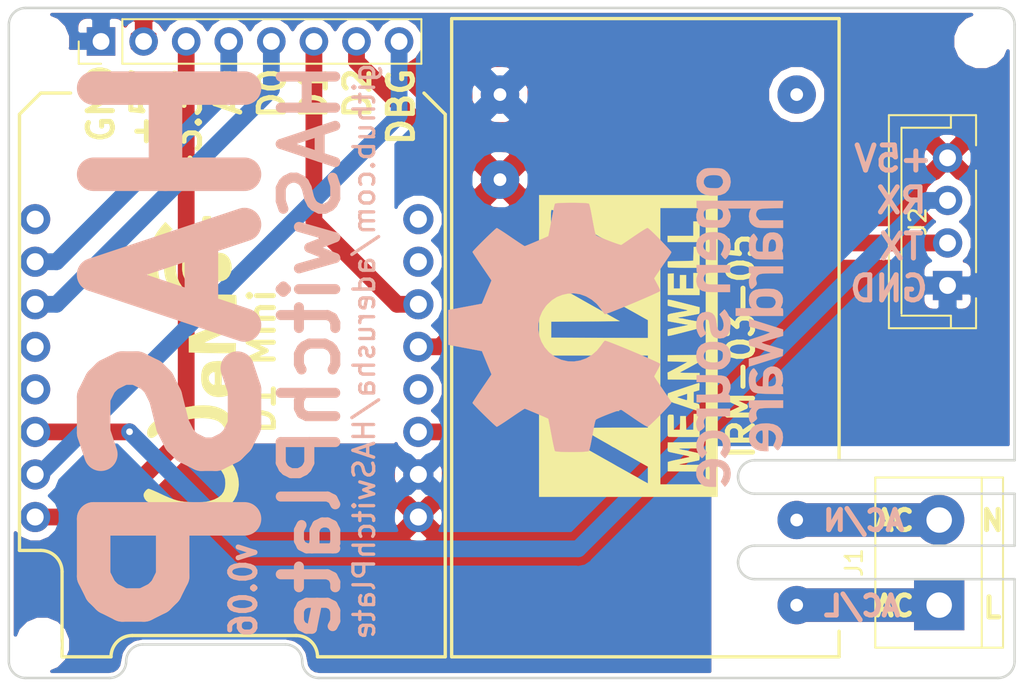
<source format=kicad_pcb>
(kicad_pcb (version 20171130) (host pcbnew "(5.0.2)-1")

  (general
    (thickness 1.6)
    (drawings 66)
    (tracks 38)
    (zones 0)
    (modules 11)
    (nets 13)
  )

  (page A4)
  (layers
    (0 F.Cu signal)
    (31 B.Cu signal)
    (32 B.Adhes user hide)
    (33 F.Adhes user hide)
    (34 B.Paste user hide)
    (35 F.Paste user hide)
    (36 B.SilkS user)
    (37 F.SilkS user)
    (38 B.Mask user hide)
    (39 F.Mask user hide)
    (40 Dwgs.User user hide)
    (41 Cmts.User user hide)
    (42 Eco1.User user hide)
    (43 Eco2.User user hide)
    (44 Edge.Cuts user)
    (45 Margin user hide)
    (46 B.CrtYd user hide)
    (47 F.CrtYd user hide)
    (48 B.Fab user hide)
    (49 F.Fab user hide)
  )

  (setup
    (last_trace_width 1)
    (user_trace_width 0.4)
    (user_trace_width 0.5)
    (user_trace_width 1)
    (user_trace_width 2)
    (user_trace_width 3)
    (trace_clearance 0.5)
    (zone_clearance 0.22)
    (zone_45_only yes)
    (trace_min 0.2)
    (segment_width 0.2)
    (edge_width 0.15)
    (via_size 0.6)
    (via_drill 0.4)
    (via_min_size 0.4)
    (via_min_drill 0.3)
    (uvia_size 0.3)
    (uvia_drill 0.1)
    (uvias_allowed no)
    (uvia_min_size 0.2)
    (uvia_min_drill 0.1)
    (pcb_text_width 0.3)
    (pcb_text_size 1.5 1.5)
    (mod_edge_width 0.15)
    (mod_text_size 1 1)
    (mod_text_width 0.15)
    (pad_size 2.2 2.2)
    (pad_drill 2.2)
    (pad_to_mask_clearance 0.2)
    (solder_mask_min_width 0.25)
    (aux_axis_origin 100 100)
    (grid_origin 100 100)
    (visible_elements 7FFFFF1F)
    (pcbplotparams
      (layerselection 0x010f0_ffffffff)
      (usegerberextensions false)
      (usegerberattributes false)
      (usegerberadvancedattributes false)
      (creategerberjobfile false)
      (excludeedgelayer false)
      (linewidth 0.100000)
      (plotframeref false)
      (viasonmask false)
      (mode 1)
      (useauxorigin false)
      (hpglpennumber 1)
      (hpglpenspeed 20)
      (hpglpendiameter 15.000000)
      (psnegative false)
      (psa4output false)
      (plotreference false)
      (plotvalue false)
      (plotinvisibletext false)
      (padsonsilk false)
      (subtractmaskfromsilk true)
      (outputformat 1)
      (mirror false)
      (drillshape 0)
      (scaleselection 1)
      (outputdirectory "HASwitchPlate.gerbers/"))
  )

  (net 0 "")
  (net 1 /AC_L)
  (net 2 /+5V)
  (net 3 /LCD_TX)
  (net 4 /LCD_RX)
  (net 5 /GND)
  (net 6 /AC_N)
  (net 7 /+3.3V)
  (net 8 /A0)
  (net 9 /D0)
  (net 10 /D1)
  (net 11 /D2)
  (net 12 /D8_DBG)

  (net_class Default "This is the default net class."
    (clearance 0.5)
    (trace_width 1)
    (via_dia 0.6)
    (via_drill 0.4)
    (uvia_dia 0.3)
    (uvia_drill 0.1)
    (add_net /+3.3V)
    (add_net /+5V)
    (add_net /A0)
    (add_net /D0)
    (add_net /D1)
    (add_net /D2)
    (add_net /D8_DBG)
    (add_net /GND)
    (add_net /LCD_RX)
    (add_net /LCD_TX)
  )

  (net_class "High Voltage AC" ""
    (clearance 2)
    (trace_width 2)
    (via_dia 0.6)
    (via_drill 0.4)
    (uvia_dia 0.3)
    (uvia_drill 0.1)
    (add_net /AC_L)
    (add_net /AC_N)
  )

  (module HASwitchPlate:JST_XH2.54_04x2.54mm_Straight (layer F.Cu) (tedit 59E398E1) (tstamp 59E3689F)
    (at 156 108.95 270)
    (descr "JST XH series connector, B04B-XH-A, top entry type, through hole")
    (tags "connector jst xh tht top vertical 2.50mm")
    (path /59E297BA)
    (fp_text reference J2 (at 3.81 1.778 270) (layer F.SilkS)
      (effects (font (size 1 1) (thickness 0.15)))
    )
    (fp_text value XH2.54-4P (at 3.75 4.5 270) (layer F.Fab)
      (effects (font (size 1 1) (thickness 0.15)))
    )
    (fp_line (start -2.45 -2.35) (end -2.45 3.4) (layer F.Fab) (width 0.1))
    (fp_line (start -2.45 3.4) (end 10.07 3.4) (layer F.Fab) (width 0.1))
    (fp_line (start 10.07 3.4) (end 10.07 -2.35) (layer F.Fab) (width 0.1))
    (fp_line (start 10.07 -2.35) (end -2.45 -2.35) (layer F.Fab) (width 0.1))
    (fp_line (start -2.95 -2.85) (end -2.95 3.9) (layer F.CrtYd) (width 0.05))
    (fp_line (start -2.95 3.9) (end 10.57 3.9) (layer F.CrtYd) (width 0.05))
    (fp_line (start 10.57 3.9) (end 10.57 -2.85) (layer F.CrtYd) (width 0.05))
    (fp_line (start 10.57 -2.85) (end -2.95 -2.85) (layer F.CrtYd) (width 0.05))
    (fp_line (start -2.55 -1.7) (end -2.55 3.5) (layer F.SilkS) (width 0.12))
    (fp_line (start -2.55 3.5) (end 10.17 3.5) (layer F.SilkS) (width 0.12))
    (fp_line (start 10.17 3.5) (end 10.17 -1.7) (layer F.SilkS) (width 0.12))
    (fp_line (start 0.75 -1.7) (end 6.83 -1.7) (layer F.SilkS) (width 0.12))
    (fp_line (start -2.55 -1.7) (end -0.75 -1.7) (layer F.SilkS) (width 0.12))
    (fp_line (start 8.38 -1.7) (end 10.17 -1.7) (layer F.SilkS) (width 0.12))
    (fp_line (start -2.55 -0.2) (end -1.8 -0.2) (layer F.SilkS) (width 0.12))
    (fp_line (start -1.8 -0.2) (end -1.8 2.75) (layer F.SilkS) (width 0.12))
    (fp_line (start -1.8 2.75) (end 3.75 2.75) (layer F.SilkS) (width 0.12))
    (fp_line (start 10.17 -0.2) (end 9.42 -0.2) (layer F.SilkS) (width 0.12))
    (fp_line (start 9.42 -0.2) (end 9.42 2.75) (layer F.SilkS) (width 0.12))
    (fp_line (start 9.3 2.75) (end 3.75 2.75) (layer F.SilkS) (width 0.12))
    (fp_text user %R (at 3.81 3.048 270) (layer F.Fab)
      (effects (font (size 1 1) (thickness 0.15)))
    )
    (pad 4 thru_hole circle (at 0 0 270) (size 1.75 1.75) (drill 1) (layers *.Cu *.Mask)
      (net 2 /+5V))
    (pad 3 thru_hole circle (at 2.54 0 270) (size 1.75 1.75) (drill 1) (layers *.Cu *.Mask)
      (net 3 /LCD_TX))
    (pad 2 thru_hole circle (at 5.08 0 270) (size 1.75 1.75) (drill 1) (layers *.Cu *.Mask)
      (net 4 /LCD_RX))
    (pad 1 thru_hole rect (at 7.62 0 270) (size 1.75 1.75) (drill 1) (layers *.Cu *.Mask)
      (net 5 /GND))
    (model ${KIPRJMOD}/shapes3D/JST_XH_B04B-XH-A_04x2.50mm_Straight.wrl
      (at (xyz 0 0 0))
      (scale (xyz 1 1 1))
      (rotate (xyz 0 0 0))
    )
  )

  (module Pin_Headers:Pin_Header_Straight_1x08_Pitch2.54mm (layer F.Cu) (tedit 5AB15CDB) (tstamp 5AB139BF)
    (at 105.5 102 90)
    (descr "Through hole straight pin header, 1x08, 2.54mm pitch, single row")
    (tags "Through hole pin header THT 1x08 2.54mm single row")
    (path /5AB13587)
    (fp_text reference J3 (at 0 -2.33 90) (layer F.SilkS) hide
      (effects (font (size 1 1) (thickness 0.15)))
    )
    (fp_text value Breakout (at 0 20.11 90) (layer F.Fab)
      (effects (font (size 1 1) (thickness 0.15)))
    )
    (fp_line (start -0.635 -1.27) (end 1.27 -1.27) (layer F.Fab) (width 0.1))
    (fp_line (start 1.27 -1.27) (end 1.27 19.05) (layer F.Fab) (width 0.1))
    (fp_line (start 1.27 19.05) (end -1.27 19.05) (layer F.Fab) (width 0.1))
    (fp_line (start -1.27 19.05) (end -1.27 -0.635) (layer F.Fab) (width 0.1))
    (fp_line (start -1.27 -0.635) (end -0.635 -1.27) (layer F.Fab) (width 0.1))
    (fp_line (start -1.33 19.11) (end 1.33 19.11) (layer F.SilkS) (width 0.12))
    (fp_line (start -1.33 1.27) (end -1.33 19.11) (layer F.SilkS) (width 0.12))
    (fp_line (start 1.33 1.27) (end 1.33 19.11) (layer F.SilkS) (width 0.12))
    (fp_line (start -1.33 1.27) (end 1.33 1.27) (layer F.SilkS) (width 0.12))
    (fp_line (start -1.33 0) (end -1.33 -1.33) (layer F.SilkS) (width 0.12))
    (fp_line (start -1.33 -1.33) (end 0 -1.33) (layer F.SilkS) (width 0.12))
    (fp_line (start -1.8 -1.8) (end -1.8 19.55) (layer F.CrtYd) (width 0.05))
    (fp_line (start -1.8 19.55) (end 1.8 19.55) (layer F.CrtYd) (width 0.05))
    (fp_line (start 1.8 19.55) (end 1.8 -1.8) (layer F.CrtYd) (width 0.05))
    (fp_line (start 1.8 -1.8) (end -1.8 -1.8) (layer F.CrtYd) (width 0.05))
    (fp_text user %R (at 0 8.89 180) (layer F.Fab)
      (effects (font (size 1 1) (thickness 0.15)))
    )
    (pad 1 thru_hole rect (at 0 0 90) (size 1.7 1.7) (drill 1) (layers *.Cu *.Mask)
      (net 5 /GND))
    (pad 2 thru_hole oval (at 0 2.54 90) (size 1.7 1.7) (drill 1) (layers *.Cu *.Mask)
      (net 2 /+5V))
    (pad 3 thru_hole oval (at 0 5.08 90) (size 1.7 1.7) (drill 1) (layers *.Cu *.Mask)
      (net 7 /+3.3V))
    (pad 4 thru_hole oval (at 0 7.62 90) (size 1.7 1.7) (drill 1) (layers *.Cu *.Mask)
      (net 8 /A0))
    (pad 5 thru_hole oval (at 0 10.16 90) (size 1.7 1.7) (drill 1) (layers *.Cu *.Mask)
      (net 9 /D0))
    (pad 6 thru_hole oval (at 0 12.7 90) (size 1.7 1.7) (drill 1) (layers *.Cu *.Mask)
      (net 10 /D1))
    (pad 7 thru_hole oval (at 0 15.24 90) (size 1.7 1.7) (drill 1) (layers *.Cu *.Mask)
      (net 11 /D2))
    (pad 8 thru_hole oval (at 0 17.78 90) (size 1.7 1.7) (drill 1) (layers *.Cu *.Mask)
      (net 12 /D8_DBG))
    (model ${KIPRJMOD}/shapes3D/Pin_Header_Straight_1x08_Pitch2.54mm.wrl
      (at (xyz 0 0 0))
      (scale (xyz 1 1 1))
      (rotate (xyz 0 0 0))
    )
  )

  (module HASwitchPlate:ACDC-Converter_MeanWell-IRM-03-x (layer F.Cu) (tedit 5AC6543F) (tstamp 5AB1179B)
    (at 147 135.65 270)
    (descr "ACDC-Converter, 3W, Meanwell, IRM-03, THT")
    (path /59E37A8B)
    (fp_text reference U1 (at -15 -5 270) (layer F.SilkS) hide
      (effects (font (size 1 1) (thickness 0.15)))
    )
    (fp_text value IRM-03-5 (at -15 19 270) (layer F.Fab)
      (effects (font (size 1 1) (thickness 0.15)))
    )
    (fp_line (start 4.01 -3.86) (end 4.01 21.64) (layer F.CrtYd) (width 0.05))
    (fp_line (start 4.01 -3.86) (end -34.49 -3.86) (layer F.CrtYd) (width 0.05))
    (fp_line (start -34.49 -3.86) (end -34.49 21.64) (layer F.CrtYd) (width 0.05))
    (fp_line (start 4.01 21.64) (end -34.49 21.64) (layer F.CrtYd) (width 0.05))
    (fp_line (start 3.76 -3.61) (end 3.76 21.39) (layer Eco1.User) (width 0.12))
    (fp_line (start -34.24 -3.61) (end -34.24 21.39) (layer Eco1.User) (width 0.12))
    (fp_line (start 3.76 -3.61) (end -34.24 -3.61) (layer Eco1.User) (width 0.12))
    (fp_line (start 3.76 21.39) (end -34.24 21.39) (layer Eco1.User) (width 0.12))
    (fp_line (start 3.26 20.89) (end -33.74 20.89) (layer F.Fab) (width 0.1))
    (fp_line (start -33.74 -3.11) (end -33.74 20.89) (layer F.Fab) (width 0.1))
    (fp_line (start 3.26 -3.11) (end 3.26 20.89) (layer F.Fab) (width 0.1))
    (fp_line (start 3.26 -3.11) (end -33.74 -3.11) (layer F.Fab) (width 0.1))
    (fp_circle (center -2 -2) (end -1.9 -1.9) (layer F.Fab) (width 0.1))
    (pad 5 thru_hole circle (at -30.48 0 270) (size 2.29 2.29) (drill 0.76) (layers *.Cu *.Mask))
    (pad 1 thru_hole circle (at 0 0 270) (size 2.29 2.29) (drill 0.76) (layers *.Cu *.Mask)
      (net 1 /AC_L))
    (pad 2 thru_hole circle (at -5.08 0 270) (size 2.29 2.29) (drill 0.76) (layers *.Cu *.Mask)
      (net 6 /AC_N))
    (pad 3 thru_hole circle (at -25.4 17.7 270) (size 2.29 2.29) (drill 0.76) (layers *.Cu *.Mask)
      (net 2 /+5V))
    (pad 4 thru_hole circle (at -30.48 17.7 270) (size 2.29 2.29) (drill 0.76) (layers *.Cu *.Mask)
      (net 5 /GND))
    (model "${KIPRJMOD}/shapes3D/Mean Well IRM-03 Series.wrl"
      (offset (xyz -33.78199949264526 3.047999954223633 0))
      (scale (xyz 0.393 0.393 0.393))
      (rotate (xyz 0 0 90))
    )
  )

  (module HASwitchPlate:wemos-d1-mini-with-pin-header-and-connector (layer F.Cu) (tedit 5AC65BB6) (tstamp 5C2FB7AF)
    (at 113 121.5 90)
    (path /59E27669)
    (fp_text reference U2 (at -19.3 0 180) (layer F.SilkS) hide
      (effects (font (size 1 1) (thickness 0.15)))
    )
    (fp_text value WeMos_mini (at 0 0 90) (layer F.Fab)
      (effects (font (size 1 1) (thickness 0.15)))
    )
    (fp_line (start -18.3 13.33) (end 14.78 13.33) (layer Eco1.User) (width 0.15))
    (fp_line (start 16.78 11.33) (end 16.78 -11.33) (layer Eco1.User) (width 0.15))
    (fp_line (start 14.78 -13.33) (end -11.3 -13.33) (layer Eco1.User) (width 0.15))
    (fp_line (start -18.3 -11.18) (end -18.3 -3.32) (layer Eco1.User) (width 0.15))
    (fp_line (start -18.3 -3.32) (end -17.3 -3.32) (layer Eco1.User) (width 0.15))
    (fp_line (start -17.3 -3.32) (end -17.3 4.9) (layer Eco1.User) (width 0.15))
    (fp_line (start -17.3 4.9) (end -18.3 4.9) (layer Eco1.User) (width 0.15))
    (fp_line (start -18.3 4.9) (end -18.3 13.329999) (layer Eco1.User) (width 0.15))
    (fp_line (start -11.48 -13.5) (end 14.85 -13.5) (layer F.CrtYd) (width 0.05))
    (fp_line (start 16.94 -11.5) (end 16.94 11.5) (layer F.CrtYd) (width 0.05))
    (fp_line (start 14.94 13.5) (end -18.46 13.5) (layer F.CrtYd) (width 0.05))
    (fp_line (start -18.46 13.5) (end -18.46 -11.33) (layer F.CrtYd) (width 0.05))
    (fp_arc (start 14.78 -11.33) (end 14.78 -13.33) (angle 90) (layer Eco1.User) (width 0.15))
    (fp_arc (start 14.78 11.33) (end 16.78 11.33) (angle 90) (layer Eco1.User) (width 0.15))
    (fp_arc (start 14.94 11.5) (end 16.94 11.5) (angle 90) (layer F.CrtYd) (width 0.05))
    (fp_arc (start 14.94 -11.5) (end 14.85 -13.5) (angle 92.57657183) (layer F.CrtYd) (width 0.05))
    (fp_line (start -18.3 -11.18) (end -12.3 -11.18) (layer Eco1.User) (width 0.15))
    (fp_arc (start -12.3 -12.18) (end -11.3 -12.18) (angle 90) (layer Eco1.User) (width 0.15))
    (fp_line (start -11.3 -12.17) (end -11.3 -13.33) (layer Eco1.User) (width 0.15))
    (fp_line (start -11.48 -13.5) (end -11.48 -12.33) (layer F.CrtYd) (width 0.05))
    (fp_line (start -18.46 -11.33) (end -12.48 -11.33) (layer F.CrtYd) (width 0.05))
    (fp_arc (start -12.48 -12.33) (end -11.48 -12.33) (angle 90) (layer F.CrtYd) (width 0.05))
    (pad 16 thru_hole circle (at -8.89 -11.43 90) (size 1.8 1.8) (drill 1.016) (layers *.Cu *.Mask)
      (net 7 /+3.3V))
    (pad 1 thru_hole circle (at -8.89 11.43 90) (size 1.8 1.8) (drill 1.016) (layers *.Cu *.Mask)
      (net 2 /+5V))
    (pad 15 thru_hole circle (at -6.35 -11.43 90) (size 1.8 1.8) (drill 1.016) (layers *.Cu *.Mask)
      (net 12 /D8_DBG))
    (pad 2 thru_hole circle (at -6.35 11.43 90) (size 1.8 1.8) (drill 1.016) (layers *.Cu *.Mask)
      (net 5 /GND))
    (pad 14 thru_hole circle (at -3.81 -11.43 90) (size 1.8 1.8) (drill 1.016) (layers *.Cu *.Mask)
      (net 3 /LCD_TX))
    (pad 3 thru_hole circle (at -3.81 11.43 90) (size 1.8 1.8) (drill 1.016) (layers *.Cu *.Mask)
      (net 4 /LCD_RX))
    (pad 13 thru_hole circle (at -1.27 -11.43 90) (size 1.8 1.8) (drill 1.016) (layers *.Cu *.Mask))
    (pad 4 thru_hole circle (at -1.27 11.43 90) (size 1.8 1.8) (drill 1.016) (layers *.Cu *.Mask))
    (pad 12 thru_hole circle (at 1.27 -11.43 90) (size 1.8 1.8) (drill 1.016) (layers *.Cu *.Mask))
    (pad 5 thru_hole circle (at 1.27 11.43 90) (size 1.8 1.8) (drill 1.016) (layers *.Cu *.Mask)
      (net 11 /D2))
    (pad 11 thru_hole circle (at 3.81 -11.43 90) (size 1.8 1.8) (drill 1.016) (layers *.Cu *.Mask)
      (net 9 /D0))
    (pad 6 thru_hole circle (at 3.81 11.43 90) (size 1.8 1.8) (drill 1.016) (layers *.Cu *.Mask)
      (net 10 /D1))
    (pad 10 thru_hole circle (at 6.35 -11.43 90) (size 1.8 1.8) (drill 1.016) (layers *.Cu *.Mask)
      (net 8 /A0))
    (pad 7 thru_hole circle (at 6.35 11.43 90) (size 1.8 1.8) (drill 1.016) (layers *.Cu *.Mask))
    (pad 9 thru_hole circle (at 8.89 -11.43 90) (size 1.8 1.8) (drill 1.016) (layers *.Cu *.Mask))
    (pad 8 thru_hole circle (at 8.89 11.43 90) (size 1.8 1.8) (drill 1.016) (layers *.Cu *.Mask))
    (model ${KIPRJMOD}/shapes3D/d1_mini_shield.wrl
      (offset (xyz -17.9 -12.8 3.5))
      (scale (xyz 0.3937 0.3937 0.3937))
      (rotate (xyz 0 180 90))
    )
    (model ${KIPRJMOD}/shapes3D/TSW-108-05-G-S.wrl
      (offset (xyz 0 -11.4 2.5))
      (scale (xyz 0.3937 0.3937 0.3937))
      (rotate (xyz 90 0 0))
    )
    (model ${KIPRJMOD}/shapes3D/TSW-108-05-G-S.wrl
      (offset (xyz 0 11.4 2.5))
      (scale (xyz 0.3937 0.3937 0.3937))
      (rotate (xyz 90 0 0))
    )
  )

  (module Symbols:OSHW-Logo_19x20mm_SilkScreen (layer B.Cu) (tedit 0) (tstamp 5AC66134)
    (at 136.195 119.05 270)
    (descr "Open Source Hardware Logo")
    (tags "Logo OSHW")
    (attr virtual)
    (fp_text reference REF*** (at 0 0 270) (layer B.SilkS) hide
      (effects (font (size 1 1) (thickness 0.15)) (justify mirror))
    )
    (fp_text value OSHW-Logo_19x20mm_SilkScreen (at 0.75 0 270) (layer B.Fab) hide
      (effects (font (size 1 1) (thickness 0.15)) (justify mirror))
    )
    (fp_poly (pts (xy -6.320808 -4.865166) (xy -6.233015 -4.90854) (xy -6.124751 -4.984122) (xy -6.045845 -5.066542)
      (xy -5.991805 -5.170037) (xy -5.958141 -5.308843) (xy -5.940363 -5.497194) (xy -5.93398 -5.749328)
      (xy -5.933607 -5.857724) (xy -5.934696 -6.095287) (xy -5.939222 -6.265068) (xy -5.949068 -6.38255)
      (xy -5.966118 -6.463215) (xy -5.992259 -6.522545) (xy -6.019458 -6.56302) (xy -6.19308 -6.735225)
      (xy -6.397538 -6.838806) (xy -6.618104 -6.86996) (xy -6.840046 -6.824885) (xy -6.91036 -6.793009)
      (xy -7.078689 -6.705271) (xy -7.078689 -8.080172) (xy -6.955838 -8.016643) (xy -6.793967 -7.967491)
      (xy -6.595005 -7.9549) (xy -6.396328 -7.978147) (xy -6.24629 -8.03037) (xy -6.121841 -8.129826)
      (xy -6.015508 -8.272143) (xy -6.007513 -8.286755) (xy -5.973793 -8.355582) (xy -5.949166 -8.424956)
      (xy -5.932214 -8.508996) (xy -5.921519 -8.621816) (xy -5.915662 -8.777533) (xy -5.913227 -8.990265)
      (xy -5.912787 -9.229664) (xy -5.912787 -9.993443) (xy -6.37082 -9.993443) (xy -6.37082 -8.585108)
      (xy -6.498933 -8.477308) (xy -6.632018 -8.391079) (xy -6.758048 -8.375401) (xy -6.884778 -8.415747)
      (xy -6.952317 -8.455254) (xy -7.002586 -8.511527) (xy -7.038338 -8.596572) (xy -7.062328 -8.722394)
      (xy -7.077311 -8.900998) (xy -7.08604 -9.144391) (xy -7.089114 -9.306394) (xy -7.099508 -9.972623)
      (xy -7.318115 -9.985209) (xy -7.536721 -9.997795) (xy -7.536721 -5.863464) (xy -7.078689 -5.863464)
      (xy -7.067011 -6.093953) (xy -7.027662 -6.25395) (xy -6.954166 -6.353497) (xy -6.840049 -6.402639)
      (xy -6.724754 -6.412459) (xy -6.594238 -6.401175) (xy -6.507617 -6.356764) (xy -6.453451 -6.298081)
      (xy -6.41081 -6.234962) (xy -6.385426 -6.164645) (xy -6.374131 -6.066123) (xy -6.37376 -5.918387)
      (xy -6.37756 -5.794683) (xy -6.386288 -5.608328) (xy -6.39928 -5.485982) (xy -6.421159 -5.408377)
      (xy -6.456546 -5.356245) (xy -6.489941 -5.326111) (xy -6.629475 -5.260399) (xy -6.794619 -5.249787)
      (xy -6.889446 -5.272423) (xy -6.983334 -5.352881) (xy -7.045526 -5.509392) (xy -7.075669 -5.740852)
      (xy -7.078689 -5.863464) (xy -7.536721 -5.863464) (xy -7.536721 -4.830164) (xy -7.307705 -4.830164)
      (xy -7.170206 -4.835602) (xy -7.099267 -4.854909) (xy -7.078697 -4.892576) (xy -7.078689 -4.893692)
      (xy -7.069145 -4.930581) (xy -7.027051 -4.926393) (xy -6.943361 -4.885859) (xy -6.748354 -4.82385)
      (xy -6.528954 -4.817332) (xy -6.320808 -4.865166)) (layer B.SilkS) (width 0.01))
    (fp_poly (pts (xy -4.583779 -7.969247) (xy -4.387889 -8.021514) (xy -4.238767 -8.116253) (xy -4.133535 -8.240338)
      (xy -4.100821 -8.293296) (xy -4.076669 -8.348768) (xy -4.059784 -8.41973) (xy -4.048873 -8.519154)
      (xy -4.04264 -8.660016) (xy -4.039791 -8.855289) (xy -4.039032 -9.117948) (xy -4.039016 -9.187633)
      (xy -4.039016 -9.993443) (xy -4.238885 -9.993443) (xy -4.36637 -9.984515) (xy -4.460634 -9.961896)
      (xy -4.484251 -9.947946) (xy -4.548815 -9.92387) (xy -4.614759 -9.947946) (xy -4.723332 -9.978003)
      (xy -4.881042 -9.9901) (xy -5.055844 -9.984851) (xy -5.215693 -9.962869) (xy -5.309016 -9.934663)
      (xy -5.489609 -9.818731) (xy -5.60247 -9.657847) (xy -5.653209 -9.443936) (xy -5.65368 -9.438443)
      (xy -5.649227 -9.343547) (xy -5.246557 -9.343547) (xy -5.211354 -9.451484) (xy -5.154014 -9.512229)
      (xy -5.038913 -9.558172) (xy -4.886986 -9.576512) (xy -4.732061 -9.567485) (xy -4.607964 -9.531332)
      (xy -4.573197 -9.508137) (xy -4.512444 -9.40096) (xy -4.497049 -9.27912) (xy -4.497049 -9.119017)
      (xy -4.727403 -9.119017) (xy -4.946241 -9.135863) (xy -5.112137 -9.183593) (xy -5.215338 -9.257986)
      (xy -5.246557 -9.343547) (xy -5.649227 -9.343547) (xy -5.642713 -9.204731) (xy -5.565631 -9.019946)
      (xy -5.420714 -8.880206) (xy -5.400683 -8.867495) (xy -5.31461 -8.826105) (xy -5.208073 -8.801041)
      (xy -5.059141 -8.788858) (xy -4.882213 -8.786057) (xy -4.497049 -8.785902) (xy -4.497049 -8.624443)
      (xy -4.513387 -8.499168) (xy -4.555078 -8.415241) (xy -4.559959 -8.410773) (xy -4.652736 -8.374059)
      (xy -4.792784 -8.359828) (xy -4.947555 -8.366821) (xy -5.084499 -8.39378) (xy -5.165759 -8.434212)
      (xy -5.20979 -8.466601) (xy -5.256285 -8.472784) (xy -5.320451 -8.446248) (xy -5.417495 -8.380479)
      (xy -5.562626 -8.268963) (xy -5.575947 -8.258516) (xy -5.569121 -8.219862) (xy -5.512178 -8.155572)
      (xy -5.42563 -8.084131) (xy -5.329992 -8.024021) (xy -5.299944 -8.009827) (xy -5.190341 -7.981503)
      (xy -5.029735 -7.9613) (xy -4.850302 -7.953196) (xy -4.841911 -7.95318) (xy -4.583779 -7.969247)) (layer B.SilkS) (width 0.01))
    (fp_poly (pts (xy -3.289475 -7.95754) (xy -3.227163 -7.976218) (xy -3.207075 -8.017255) (xy -3.20623 -8.035782)
      (xy -3.202625 -8.087383) (xy -3.1778 -8.095484) (xy -3.110737 -8.060108) (xy -3.070902 -8.035937)
      (xy -2.945227 -7.984175) (xy -2.795123 -7.958581) (xy -2.637737 -7.956613) (xy -2.490214 -7.975729)
      (xy -2.3697 -8.013387) (xy -2.29334 -8.067044) (xy -2.278281 -8.134158) (xy -2.285881 -8.152333)
      (xy -2.341282 -8.227777) (xy -2.42719 -8.320568) (xy -2.442728 -8.335568) (xy -2.524612 -8.40454)
      (xy -2.595263 -8.426825) (xy -2.694068 -8.411272) (xy -2.733652 -8.400938) (xy -2.856828 -8.376116)
      (xy -2.943436 -8.387278) (xy -3.016576 -8.426646) (xy -3.083574 -8.479479) (xy -3.132918 -8.545924)
      (xy -3.167209 -8.638652) (xy -3.189048 -8.770334) (xy -3.201034 -8.953641) (xy -3.205769 -9.201246)
      (xy -3.20623 -9.350744) (xy -3.20623 -9.993443) (xy -3.622623 -9.993443) (xy -3.622623 -7.953115)
      (xy -3.414426 -7.953115) (xy -3.289475 -7.95754)) (layer B.SilkS) (width 0.01))
    (fp_poly (pts (xy -0.66623 -9.993443) (xy -0.895246 -9.993443) (xy -1.028175 -9.989546) (xy -1.097405 -9.973407)
      (xy -1.122332 -9.938354) (xy -1.124262 -9.914653) (xy -1.128466 -9.867123) (xy -1.154974 -9.858008)
      (xy -1.224633 -9.887308) (xy -1.278804 -9.914653) (xy -1.486777 -9.979451) (xy -1.712853 -9.983201)
      (xy -1.896655 -9.934873) (xy -2.067813 -9.818118) (xy -2.198284 -9.645781) (xy -2.269727 -9.442506)
      (xy -2.271546 -9.431141) (xy -2.282161 -9.307136) (xy -2.28744 -9.129117) (xy -2.287016 -8.99448)
      (xy -1.832172 -8.99448) (xy -1.821635 -9.173428) (xy -1.797666 -9.320924) (xy -1.765217 -9.404217)
      (xy -1.642456 -9.518041) (xy -1.496701 -9.558845) (xy -1.346393 -9.525848) (xy -1.217951 -9.427422)
      (xy -1.169308 -9.361224) (xy -1.140866 -9.282231) (xy -1.127544 -9.166926) (xy -1.124262 -8.993736)
      (xy -1.130135 -8.822229) (xy -1.145647 -8.67154) (xy -1.167638 -8.570698) (xy -1.171303 -8.561659)
      (xy -1.259988 -8.454195) (xy -1.389428 -8.395195) (xy -1.534257 -8.385669) (xy -1.669109 -8.426626)
      (xy -1.768617 -8.519076) (xy -1.77894 -8.537473) (xy -1.81125 -8.649646) (xy -1.828852 -8.810934)
      (xy -1.832172 -8.99448) (xy -2.287016 -8.99448) (xy -2.2868 -8.926212) (xy -2.283806 -8.81701)
      (xy -2.263442 -8.546856) (xy -2.221117 -8.344024) (xy -2.150706 -8.194077) (xy -2.046088 -8.082579)
      (xy -1.944521 -8.017127) (xy -1.802616 -7.971117) (xy -1.626121 -7.955336) (xy -1.445393 -7.96819)
      (xy -1.290787 -8.008081) (xy -1.209101 -8.055801) (xy -1.124262 -8.132579) (xy -1.124262 -7.161967)
      (xy -0.66623 -7.161967) (xy -0.66623 -9.993443)) (layer B.SilkS) (width 0.01))
    (fp_poly (pts (xy 1.096942 -7.973935) (xy 1.312248 -8.619344) (xy 1.527555 -9.264754) (xy 1.595064 -9.035738)
      (xy 1.635691 -8.894204) (xy 1.689133 -8.702936) (xy 1.746842 -8.492693) (xy 1.777355 -8.379918)
      (xy 1.892136 -7.953115) (xy 2.365687 -7.953115) (xy 2.224139 -8.400738) (xy 2.154433 -8.620903)
      (xy 2.070223 -8.886471) (xy 1.982281 -9.163492) (xy 1.903772 -9.410492) (xy 1.724952 -9.972623)
      (xy 1.531882 -9.985185) (xy 1.338811 -9.997746) (xy 1.234118 -9.65207) (xy 1.169553 -9.437335)
      (xy 1.099092 -9.200604) (xy 1.037511 -8.991526) (xy 1.035081 -8.983205) (xy 0.989085 -8.841537)
      (xy 0.948503 -8.744874) (xy 0.92008 -8.708321) (xy 0.914239 -8.712549) (xy 0.893738 -8.769217)
      (xy 0.854785 -8.890605) (xy 0.802122 -9.061448) (xy 0.740491 -9.266482) (xy 0.707143 -9.379262)
      (xy 0.526546 -9.993443) (xy 0.143267 -9.993443) (xy -0.163133 -9.025328) (xy -0.249209 -8.753759)
      (xy -0.32762 -8.507138) (xy -0.394661 -8.297048) (xy -0.446631 -8.135076) (xy -0.479826 -8.032808)
      (xy -0.489916 -8.002928) (xy -0.481928 -7.972334) (xy -0.419208 -7.958935) (xy -0.288685 -7.960275)
      (xy -0.268253 -7.961288) (xy -0.026208 -7.973935) (xy 0.132317 -8.556885) (xy 0.190585 -8.769486)
      (xy 0.242655 -8.956377) (xy 0.283944 -9.101331) (xy 0.309866 -9.18812) (xy 0.314656 -9.202269)
      (xy 0.334504 -9.185998) (xy 0.37453 -9.101697) (xy 0.430138 -8.960842) (xy 0.496731 -8.774911)
      (xy 0.553024 -8.606956) (xy 0.767578 -7.949209) (xy 1.096942 -7.973935)) (layer B.SilkS) (width 0.01))
    (fp_poly (pts (xy 3.43867 -7.96548) (xy 3.614179 -8.008109) (xy 3.664912 -8.030693) (xy 3.763254 -8.089847)
      (xy 3.838727 -8.156472) (xy 3.894571 -8.242135) (xy 3.934026 -8.358405) (xy 3.960332 -8.516848)
      (xy 3.976729 -8.729034) (xy 3.986457 -9.006529) (xy 3.990151 -9.191885) (xy 4.003745 -9.993443)
      (xy 3.771544 -9.993443) (xy 3.630677 -9.987536) (xy 3.558102 -9.96735) (xy 3.539344 -9.933453)
      (xy 3.529441 -9.896799) (xy 3.485166 -9.903807) (xy 3.424836 -9.933197) (xy 3.273803 -9.978246)
      (xy 3.079693 -9.990385) (xy 2.875531 -9.970529) (xy 2.69434 -9.919592) (xy 2.678089 -9.912522)
      (xy 2.512491 -9.796188) (xy 2.403324 -9.634467) (xy 2.353091 -9.44543) (xy 2.356928 -9.377515)
      (xy 2.766763 -9.377515) (xy 2.802875 -9.468914) (xy 2.909942 -9.534411) (xy 3.082684 -9.569563)
      (xy 3.175 -9.574231) (xy 3.32885 -9.562282) (xy 3.431115 -9.515844) (xy 3.456066 -9.493771)
      (xy 3.523661 -9.373681) (xy 3.539344 -9.264754) (xy 3.539344 -9.119017) (xy 3.336352 -9.119017)
      (xy 3.100387 -9.131043) (xy 2.934881 -9.168871) (xy 2.830305 -9.235121) (xy 2.806891 -9.264656)
      (xy 2.766763 -9.377515) (xy 2.356928 -9.377515) (xy 2.364295 -9.247148) (xy 2.43944 -9.057692)
      (xy 2.541968 -8.929656) (xy 2.604065 -8.874302) (xy 2.664855 -8.837924) (xy 2.743952 -8.815744)
      (xy 2.860971 -8.802982) (xy 3.035527 -8.794857) (xy 3.104763 -8.792521) (xy 3.539344 -8.778321)
      (xy 3.538707 -8.646784) (xy 3.521876 -8.508519) (xy 3.461026 -8.424917) (xy 3.338095 -8.371507)
      (xy 3.334797 -8.370555) (xy 3.160504 -8.349555) (xy 2.989952 -8.376985) (xy 2.8632 -8.443689)
      (xy 2.812342 -8.476625) (xy 2.757565 -8.472068) (xy 2.673272 -8.424349) (xy 2.623773 -8.390671)
      (xy 2.526955 -8.318716) (xy 2.466982 -8.264779) (xy 2.457359 -8.249337) (xy 2.496985 -8.169424)
      (xy 2.614064 -8.073989) (xy 2.664918 -8.041789) (xy 2.811113 -7.986332) (xy 3.008137 -7.954913)
      (xy 3.226989 -7.947855) (xy 3.43867 -7.96548)) (layer B.SilkS) (width 0.01))
    (fp_poly (pts (xy 5.415107 -7.95246) (xy 5.575182 -7.984017) (xy 5.666312 -8.030743) (xy 5.762179 -8.10837)
      (xy 5.625787 -8.280579) (xy 5.541694 -8.384867) (xy 5.484592 -8.435746) (xy 5.427844 -8.443519)
      (xy 5.344811 -8.418488) (xy 5.305833 -8.404327) (xy 5.146926 -8.383433) (xy 5.001399 -8.42822)
      (xy 4.89456 -8.529399) (xy 4.877205 -8.561659) (xy 4.858303 -8.647115) (xy 4.843716 -8.804606)
      (xy 4.834126 -9.022969) (xy 4.830219 -9.291038) (xy 4.830164 -9.329172) (xy 4.830164 -9.993443)
      (xy 4.372131 -9.993443) (xy 4.372131 -7.953115) (xy 4.601148 -7.953115) (xy 4.733199 -7.956563)
      (xy 4.801992 -7.971907) (xy 4.82743 -8.006648) (xy 4.830164 -8.039416) (xy 4.830164 -8.125717)
      (xy 4.939878 -8.039416) (xy 5.06568 -7.980538) (xy 5.234681 -7.951426) (xy 5.415107 -7.95246)) (layer B.SilkS) (width 0.01))
    (fp_poly (pts (xy 6.730842 -7.963999) (xy 6.929876 -8.015746) (xy 7.096561 -8.122544) (xy 7.177269 -8.202326)
      (xy 7.309568 -8.390931) (xy 7.38539 -8.60972) (xy 7.411438 -8.878668) (xy 7.411571 -8.90041)
      (xy 7.411803 -9.119017) (xy 6.153595 -9.119017) (xy 6.180415 -9.233525) (xy 6.228841 -9.337232)
      (xy 6.313596 -9.44529) (xy 6.331323 -9.462541) (xy 6.48368 -9.555904) (xy 6.657424 -9.571738)
      (xy 6.857411 -9.510313) (xy 6.891311 -9.493771) (xy 6.995288 -9.443484) (xy 7.064931 -9.414834)
      (xy 7.077083 -9.412184) (xy 7.119501 -9.437913) (xy 7.200399 -9.500861) (xy 7.241465 -9.535259)
      (xy 7.32656 -9.614276) (xy 7.354503 -9.666451) (xy 7.33511 -9.714446) (xy 7.324743 -9.72757)
      (xy 7.254531 -9.785008) (xy 7.138674 -9.854813) (xy 7.057869 -9.895564) (xy 6.828501 -9.967362)
      (xy 6.574564 -9.990625) (xy 6.334074 -9.963059) (xy 6.266721 -9.943321) (xy 6.058262 -9.831612)
      (xy 5.903746 -9.659721) (xy 5.802278 -9.425979) (xy 5.752965 -9.128716) (xy 5.747551 -8.973279)
      (xy 5.763359 -8.746973) (xy 6.162623 -8.746973) (xy 6.20124 -8.763702) (xy 6.305042 -8.776829)
      (xy 6.455956 -8.784575) (xy 6.558197 -8.785902) (xy 6.742101 -8.784623) (xy 6.858174 -8.778638)
      (xy 6.921852 -8.764724) (xy 6.948567 -8.739655) (xy 6.95377 -8.70328) (xy 6.918073 -8.591229)
      (xy 6.828196 -8.480488) (xy 6.709966 -8.395489) (xy 6.59169 -8.360718) (xy 6.431044 -8.391563)
      (xy 6.291978 -8.480732) (xy 6.195557 -8.609263) (xy 6.162623 -8.746973) (xy 5.763359 -8.746973)
      (xy 5.770572 -8.643733) (xy 5.841624 -8.381175) (xy 5.96221 -8.183525) (xy 6.133834 -8.048702)
      (xy 6.357998 -7.974626) (xy 6.479438 -7.96036) (xy 6.730842 -7.963999)) (layer B.SilkS) (width 0.01))
    (fp_poly (pts (xy -8.40539 -4.851802) (xy -8.187553 -4.948108) (xy -8.022184 -5.108919) (xy -7.909043 -5.334482)
      (xy -7.847888 -5.625042) (xy -7.843505 -5.670408) (xy -7.84007 -5.990256) (xy -7.884602 -6.270614)
      (xy -7.974391 -6.497847) (xy -8.022471 -6.570941) (xy -8.189945 -6.725643) (xy -8.403232 -6.825838)
      (xy -8.641846 -6.867418) (xy -8.885303 -6.846272) (xy -9.07037 -6.781145) (xy -9.229521 -6.671393)
      (xy -9.359596 -6.527496) (xy -9.361846 -6.52413) (xy -9.41467 -6.435314) (xy -9.448999 -6.346005)
      (xy -9.469788 -6.233294) (xy -9.481991 -6.074273) (xy -9.487367 -5.943868) (xy -9.489605 -5.825611)
      (xy -9.073294 -5.825611) (xy -9.069225 -5.943335) (xy -9.054455 -6.100049) (xy -9.028398 -6.200621)
      (xy -8.981407 -6.272173) (xy -8.937397 -6.313971) (xy -8.781377 -6.401484) (xy -8.618131 -6.413179)
      (xy -8.466096 -6.350212) (xy -8.39008 -6.279653) (xy -8.335303 -6.20855) (xy -8.303263 -6.140512)
      (xy -8.2892 -6.051967) (xy -8.288358 -5.919339) (xy -8.292691 -5.797195) (xy -8.302011 -5.62271)
      (xy -8.316788 -5.509538) (xy -8.34342 -5.435721) (xy -8.388309 -5.379298) (xy -8.42388 -5.34705)
      (xy -8.572671 -5.26234) (xy -8.733187 -5.258117) (xy -8.86778 -5.308292) (xy -8.9826 -5.413075)
      (xy -9.051004 -5.585198) (xy -9.073294 -5.825611) (xy -9.489605 -5.825611) (xy -9.492276 -5.684548)
      (xy -9.483893 -5.49061) (xy -9.458772 -5.344745) (xy -9.413468 -5.229641) (xy -9.344536 -5.127986)
      (xy -9.318978 -5.097802) (xy -9.159175 -4.947412) (xy -8.987769 -4.859566) (xy -8.778151 -4.822762)
      (xy -8.675936 -4.819754) (xy -8.40539 -4.851802)) (layer B.SilkS) (width 0.01))
    (fp_poly (pts (xy -4.492675 -4.876526) (xy -4.451181 -4.896061) (xy -4.307566 -5.001263) (xy -4.171764 -5.154793)
      (xy -4.070362 -5.323845) (xy -4.04152 -5.401567) (xy -4.015206 -5.540398) (xy -3.999515 -5.708177)
      (xy -3.997609 -5.777459) (xy -3.997377 -5.996066) (xy -5.255585 -5.996066) (xy -5.228766 -6.110574)
      (xy -5.162934 -6.246004) (xy -5.047839 -6.363046) (xy -4.910913 -6.438442) (xy -4.823658 -6.454098)
      (xy -4.705328 -6.435099) (xy -4.564149 -6.387446) (xy -4.516189 -6.365521) (xy -4.338829 -6.276944)
      (xy -4.18747 -6.392391) (xy -4.100131 -6.470474) (xy -4.053658 -6.534922) (xy -4.051305 -6.553837)
      (xy -4.092822 -6.599681) (xy -4.18381 -6.669349) (xy -4.266395 -6.7237) (xy -4.489249 -6.821405)
      (xy -4.739087 -6.865628) (xy -4.98671 -6.85413) (xy -5.184098 -6.794029) (xy -5.387576 -6.665284)
      (xy -5.532179 -6.495774) (xy -5.622639 -6.276462) (xy -5.663689 -5.998309) (xy -5.667329 -5.871034)
      (xy -5.652761 -5.579375) (xy -5.650972 -5.570891) (xy -5.234059 -5.570891) (xy -5.222577 -5.598242)
      (xy -5.175384 -5.613324) (xy -5.078049 -5.619788) (xy -4.916136 -5.621285) (xy -4.85379 -5.621312)
      (xy -4.664103 -5.619052) (xy -4.543811 -5.610844) (xy -4.479116 -5.59455) (xy -4.45622 -5.568027)
      (xy -4.45541 -5.55951) (xy -4.48154 -5.491825) (xy -4.546937 -5.397005) (xy -4.575052 -5.363805)
      (xy -4.679426 -5.269906) (xy -4.788225 -5.232988) (xy -4.846843 -5.229902) (xy -5.005426 -5.268493)
      (xy -5.138413 -5.372155) (xy -5.222772 -5.522717) (xy -5.224267 -5.527623) (xy -5.234059 -5.570891)
      (xy -5.650972 -5.570891) (xy -5.604316 -5.349722) (xy -5.517045 -5.165983) (xy -5.410311 -5.035557)
      (xy -5.21298 -4.894131) (xy -4.981015 -4.818556) (xy -4.734288 -4.811724) (xy -4.492675 -4.876526)) (layer B.SilkS) (width 0.01))
    (fp_poly (pts (xy 0.046418 -4.823003) (xy 0.2041 -4.852907) (xy 0.367685 -4.915452) (xy 0.385164 -4.923426)
      (xy 0.509217 -4.988656) (xy 0.595129 -5.049274) (xy 0.622898 -5.088106) (xy 0.596453 -5.151437)
      (xy 0.53222 -5.244881) (xy 0.503708 -5.279762) (xy 0.386211 -5.417066) (xy 0.234732 -5.327691)
      (xy 0.09057 -5.268152) (xy -0.076 -5.236326) (xy -0.235738 -5.234316) (xy -0.359406 -5.264221)
      (xy -0.389084 -5.282886) (xy -0.445602 -5.368466) (xy -0.452471 -5.467049) (xy -0.41018 -5.544062)
      (xy -0.385164 -5.558998) (xy -0.310204 -5.577547) (xy -0.178439 -5.599348) (xy -0.016009 -5.62018)
      (xy 0.013956 -5.623447) (xy 0.27484 -5.668575) (xy 0.464055 -5.74523) (xy 0.589543 -5.860491)
      (xy 0.659243 -6.021435) (xy 0.680956 -6.218015) (xy 0.650961 -6.441473) (xy 0.553559 -6.616949)
      (xy 0.388361 -6.744758) (xy 0.154977 -6.825218) (xy -0.104098 -6.856962) (xy -0.315367 -6.85658)
      (xy -0.486735 -6.827749) (xy -0.60377 -6.787944) (xy -0.75165 -6.718587) (xy -0.888313 -6.638097)
      (xy -0.936885 -6.60267) (xy -1.061803 -6.500705) (xy -0.760491 -6.195813) (xy -0.589204 -6.309165)
      (xy -0.417406 -6.3943) (xy -0.233952 -6.43883) (xy -0.057603 -6.443528) (xy 0.092881 -6.40917)
      (xy 0.19874 -6.336529) (xy 0.232921 -6.275238) (xy 0.227794 -6.176941) (xy 0.142857 -6.101773)
      (xy -0.021657 -6.049866) (xy -0.201899 -6.025875) (xy -0.479291 -5.980104) (xy -0.685365 -5.893748)
      (xy -0.822878 -5.76428) (xy -0.894587 -5.589172) (xy -0.904521 -5.381565) (xy -0.855452 -5.164714)
      (xy -0.74358 -5.000805) (xy -0.567903 -4.889088) (xy -0.327419 -4.828814) (xy -0.149257 -4.816999)
      (xy 0.046418 -4.823003)) (layer B.SilkS) (width 0.01))
    (fp_poly (pts (xy 2.022521 -4.854805) (xy 2.233136 -4.969505) (xy 2.397915 -5.150574) (xy 2.475554 -5.297838)
      (xy 2.508886 -5.427907) (xy 2.530483 -5.613333) (xy 2.539739 -5.826939) (xy 2.536045 -6.04155)
      (xy 2.518794 -6.229991) (xy 2.498643 -6.330637) (xy 2.430667 -6.468323) (xy 2.312942 -6.614566)
      (xy 2.171065 -6.742452) (xy 2.030632 -6.825063) (xy 2.027207 -6.826373) (xy 1.852945 -6.862472)
      (xy 1.646427 -6.863365) (xy 1.450174 -6.830501) (xy 1.374396 -6.804161) (xy 1.179221 -6.693484)
      (xy 1.039438 -6.548478) (xy 0.947599 -6.356503) (xy 0.896254 -6.10492) (xy 0.884637 -5.973142)
      (xy 0.886119 -5.807553) (xy 1.332459 -5.807553) (xy 1.347494 -6.049177) (xy 1.390772 -6.233303)
      (xy 1.459551 -6.350949) (xy 1.50855 -6.38459) (xy 1.634093 -6.40805) (xy 1.783318 -6.401104)
      (xy 1.912333 -6.367345) (xy 1.946166 -6.348772) (xy 2.035428 -6.240599) (xy 2.094345 -6.075051)
      (xy 2.119424 -5.873581) (xy 2.107174 -5.657646) (xy 2.079796 -5.52769) (xy 2.001191 -5.377191)
      (xy 1.877104 -5.283114) (xy 1.727661 -5.250587) (xy 1.572987 -5.284738) (xy 1.454174 -5.368273)
      (xy 1.391735 -5.437193) (xy 1.355293 -5.505126) (xy 1.337923 -5.597064) (xy 1.332699 -5.737999)
      (xy 1.332459 -5.807553) (xy 0.886119 -5.807553) (xy 0.887785 -5.621495) (xy 0.945056 -5.333134)
      (xy 1.056457 -5.108049) (xy 1.221993 -4.94623) (xy 1.44167 -4.847666) (xy 1.488842 -4.836236)
      (xy 1.772336 -4.809406) (xy 2.022521 -4.854805)) (layer B.SilkS) (width 0.01))
    (fp_poly (pts (xy 3.289508 -5.478311) (xy 3.293444 -5.783698) (xy 3.307823 -6.01566) (xy 3.336504 -6.183786)
      (xy 3.383348 -6.297671) (xy 3.452211 -6.366905) (xy 3.546954 -6.40108) (xy 3.664262 -6.409811)
      (xy 3.787123 -6.400028) (xy 3.880444 -6.364287) (xy 3.948084 -6.292995) (xy 3.993901 -6.176561)
      (xy 4.021755 -6.005391) (xy 4.035504 -5.769896) (xy 4.039016 -5.478311) (xy 4.039016 -4.830164)
      (xy 4.497049 -4.830164) (xy 4.497049 -6.828853) (xy 4.268033 -6.828853) (xy 4.129971 -6.823258)
      (xy 4.058878 -6.803611) (xy 4.039016 -6.766313) (xy 4.027054 -6.733094) (xy 3.979447 -6.740121)
      (xy 3.883485 -6.787132) (xy 3.663548 -6.859654) (xy 3.430274 -6.854516) (xy 3.206755 -6.775766)
      (xy 3.100313 -6.713558) (xy 3.019122 -6.646204) (xy 2.959808 -6.561928) (xy 2.918996 -6.448957)
      (xy 2.893312 -6.295515) (xy 2.879381 -6.089827) (xy 2.873829 -5.820118) (xy 2.873115 -5.611551)
      (xy 2.873115 -4.830164) (xy 3.289508 -4.830164) (xy 3.289508 -5.478311)) (layer B.SilkS) (width 0.01))
    (fp_poly (pts (xy 7.342288 -4.847602) (xy 7.583543 -4.95009) (xy 7.659531 -4.999981) (xy 7.756648 -5.076651)
      (xy 7.817612 -5.136936) (xy 7.828197 -5.156571) (xy 7.798308 -5.200142) (xy 7.721819 -5.274077)
      (xy 7.660582 -5.325679) (xy 7.492967 -5.460378) (xy 7.360614 -5.34901) (xy 7.258336 -5.277113)
      (xy 7.15861 -5.252296) (xy 7.044475 -5.258357) (xy 6.863234 -5.303418) (xy 6.738475 -5.396949)
      (xy 6.662658 -5.548154) (xy 6.62824 -5.766236) (xy 6.628231 -5.766373) (xy 6.631208 -6.010124)
      (xy 6.677467 -6.188966) (xy 6.769742 -6.31073) (xy 6.83265 -6.351964) (xy 6.999717 -6.403311)
      (xy 7.178162 -6.403342) (xy 7.333415 -6.353522) (xy 7.370164 -6.32918) (xy 7.46233 -6.267004)
      (xy 7.534387 -6.256813) (xy 7.612102 -6.303092) (xy 7.698018 -6.386212) (xy 7.834011 -6.526521)
      (xy 7.683023 -6.650978) (xy 7.44974 -6.791443) (xy 7.186673 -6.860666) (xy 6.91176 -6.855653)
      (xy 6.731216 -6.809755) (xy 6.520194 -6.696249) (xy 6.351426 -6.517685) (xy 6.274753 -6.391639)
      (xy 6.212654 -6.210791) (xy 6.181581 -5.981745) (xy 6.181342 -5.73351) (xy 6.211743 -5.495093)
      (xy 6.272592 -5.295503) (xy 6.282176 -5.275039) (xy 6.424102 -5.074341) (xy 6.616259 -4.928217)
      (xy 6.843464 -4.839698) (xy 7.090535 -4.811815) (xy 7.342288 -4.847602)) (layer B.SilkS) (width 0.01))
    (fp_poly (pts (xy 8.867792 -4.823019) (xy 8.974414 -4.848922) (xy 9.17883 -4.943772) (xy 9.353625 -5.088633)
      (xy 9.474597 -5.26232) (xy 9.491217 -5.301317) (xy 9.514016 -5.403465) (xy 9.529975 -5.554573)
      (xy 9.53541 -5.707301) (xy 9.53541 -5.996066) (xy 8.931639 -5.996066) (xy 8.682619 -5.997007)
      (xy 8.507189 -6.002723) (xy 8.395665 -6.01755) (xy 8.33836 -6.045827) (xy 8.325588 -6.09189)
      (xy 8.347662 -6.160077) (xy 8.387205 -6.239863) (xy 8.497509 -6.373017) (xy 8.650792 -6.439355)
      (xy 8.838141 -6.437194) (xy 9.050363 -6.364991) (xy 9.233773 -6.275883) (xy 9.385962 -6.39622)
      (xy 9.538151 -6.516558) (xy 9.394974 -6.648843) (xy 9.203828 -6.773832) (xy 8.968753 -6.849189)
      (xy 8.715898 -6.870278) (xy 8.471413 -6.83246) (xy 8.431967 -6.819628) (xy 8.21709 -6.707414)
      (xy 8.05725 -6.540118) (xy 7.94908 -6.312748) (xy 7.88921 -6.020308) (xy 7.888513 -6.01404)
      (xy 7.883152 -5.695332) (xy 7.904823 -5.581632) (xy 8.327869 -5.581632) (xy 8.366722 -5.599116)
      (xy 8.472205 -5.612508) (xy 8.627707 -5.620155) (xy 8.726249 -5.621312) (xy 8.910013 -5.620588)
      (xy 9.024914 -5.615983) (xy 9.085366 -5.603848) (xy 9.105783 -5.58053) (xy 9.100581 -5.542382)
      (xy 9.096217 -5.527623) (xy 9.021724 -5.388944) (xy 8.904566 -5.277179) (xy 8.801173 -5.228066)
      (xy 8.663816 -5.231032) (xy 8.524629 -5.292278) (xy 8.407874 -5.393683) (xy 8.33781 -5.517122)
      (xy 8.327869 -5.581632) (xy 7.904823 -5.581632) (xy 7.936579 -5.41502) (xy 8.042572 -5.17978)
      (xy 8.194911 -4.996284) (xy 8.387374 -4.871209) (xy 8.613742 -4.811229) (xy 8.867792 -4.823019)) (layer B.SilkS) (width 0.01))
    (fp_poly (pts (xy -2.496892 -4.864563) (xy -2.39326 -4.914062) (xy -2.292894 -4.985561) (xy -2.216432 -5.067853)
      (xy -2.160738 -5.172811) (xy -2.122677 -5.312313) (xy -2.099115 -5.498233) (xy -2.086915 -5.742448)
      (xy -2.082944 -6.056833) (xy -2.082882 -6.089754) (xy -2.081967 -6.828853) (xy -2.54 -6.828853)
      (xy -2.54 -6.147481) (xy -2.540326 -5.89505) (xy -2.542581 -5.712093) (xy -2.548681 -5.584807)
      (xy -2.560541 -5.499386) (xy -2.580076 -5.442026) (xy -2.609203 -5.398924) (xy -2.649776 -5.356334)
      (xy -2.791731 -5.264824) (xy -2.946694 -5.247843) (xy -3.094323 -5.305701) (xy -3.145663 -5.348763)
      (xy -3.183353 -5.389249) (xy -3.210413 -5.432607) (xy -3.228603 -5.492463) (xy -3.239684 -5.582441)
      (xy -3.245414 -5.716168) (xy -3.247556 -5.90727) (xy -3.247869 -6.139911) (xy -3.247869 -6.828853)
      (xy -3.705902 -6.828853) (xy -3.705902 -4.830164) (xy -3.476885 -4.830164) (xy -3.339386 -4.835602)
      (xy -3.268447 -4.854909) (xy -3.247878 -4.892576) (xy -3.247869 -4.893692) (xy -3.238325 -4.930581)
      (xy -3.196233 -4.926395) (xy -3.112541 -4.885861) (xy -2.922727 -4.826224) (xy -2.705599 -4.819591)
      (xy -2.496892 -4.864563)) (layer B.SilkS) (width 0.01))
    (fp_poly (pts (xy 5.958869 -4.828231) (xy 6.102092 -4.871989) (xy 6.194306 -4.92728) (xy 6.224344 -4.971004)
      (xy 6.216076 -5.022834) (xy 6.162427 -5.104259) (xy 6.117063 -5.161927) (xy 6.023546 -5.266182)
      (xy 5.953287 -5.310045) (xy 5.893393 -5.307182) (xy 5.71572 -5.261967) (xy 5.585234 -5.26402)
      (xy 5.479273 -5.315261) (xy 5.4437 -5.345252) (xy 5.329836 -5.450778) (xy 5.329836 -6.828853)
      (xy 4.871803 -6.828853) (xy 4.871803 -4.830164) (xy 5.10082 -4.830164) (xy 5.238318 -4.835602)
      (xy 5.309258 -4.854909) (xy 5.329827 -4.892576) (xy 5.329836 -4.893692) (xy 5.33955 -4.933146)
      (xy 5.383478 -4.928) (xy 5.444344 -4.899536) (xy 5.570054 -4.846569) (xy 5.672134 -4.814703)
      (xy 5.80348 -4.806533) (xy 5.958869 -4.828231)) (layer B.SilkS) (width 0.01))
    (fp_poly (pts (xy 1.248305 8.97404) (xy 1.436557 7.975458) (xy 2.131183 7.689111) (xy 2.825808 7.402763)
      (xy 3.659128 7.969414) (xy 3.892501 8.127189) (xy 4.103457 8.268061) (xy 4.282153 8.385599)
      (xy 4.418744 8.473371) (xy 4.503386 8.524945) (xy 4.526437 8.536065) (xy 4.567963 8.507465)
      (xy 4.656698 8.428396) (xy 4.782697 8.308959) (xy 4.936014 8.159256) (xy 5.106702 7.989385)
      (xy 5.284814 7.809449) (xy 5.460406 7.629546) (xy 5.62353 7.459778) (xy 5.764241 7.310246)
      (xy 5.872592 7.191048) (xy 5.938637 7.112287) (xy 5.954426 7.085928) (xy 5.931703 7.037334)
      (xy 5.867999 6.930874) (xy 5.770013 6.776961) (xy 5.644441 6.586009) (xy 5.497982 6.368431)
      (xy 5.413115 6.244329) (xy 5.258426 6.017721) (xy 5.12097 5.81323) (xy 5.007414 5.641035)
      (xy 4.924428 5.511315) (xy 4.878678 5.434249) (xy 4.871803 5.418053) (xy 4.887388 5.372025)
      (xy 4.929868 5.26475) (xy 4.992835 5.111313) (xy 5.069879 4.926794) (xy 5.15459 4.726279)
      (xy 5.240558 4.524848) (xy 5.321373 4.337585) (xy 5.390627 4.179572) (xy 5.441908 4.065893)
      (xy 5.468809 4.01163) (xy 5.470396 4.009494) (xy 5.512635 3.999133) (xy 5.625126 3.976018)
      (xy 5.796209 3.942421) (xy 6.014223 3.900615) (xy 6.267509 3.852873) (xy 6.415288 3.825341)
      (xy 6.685938 3.77381) (xy 6.930397 3.724775) (xy 7.1363 3.680919) (xy 7.291277 3.644926)
      (xy 7.382962 3.619479) (xy 7.401393 3.611405) (xy 7.419445 3.556758) (xy 7.43401 3.433338)
      (xy 7.445098 3.255577) (xy 7.452719 3.037909) (xy 7.456884 2.794765) (xy 7.457602 2.540577)
      (xy 7.454882 2.28978) (xy 7.448735 2.056804) (xy 7.439171 1.856082) (xy 7.426199 1.702046)
      (xy 7.409829 1.60913) (xy 7.400011 1.589787) (xy 7.341323 1.566602) (xy 7.216966 1.533456)
      (xy 7.04339 1.494242) (xy 6.837042 1.452855) (xy 6.765011 1.439466) (xy 6.417719 1.375853)
      (xy 6.143383 1.324622) (xy 5.932939 1.283739) (xy 5.777322 1.251166) (xy 5.667467 1.224868)
      (xy 5.594311 1.202808) (xy 5.548787 1.182951) (xy 5.521833 1.163259) (xy 5.518061 1.159368)
      (xy 5.480415 1.096676) (xy 5.422986 0.974669) (xy 5.351508 0.808288) (xy 5.271715 0.612471)
      (xy 5.189343 0.40216) (xy 5.110125 0.192292) (xy 5.039796 -0.002191) (xy 4.984089 -0.16635)
      (xy 4.948741 -0.285245) (xy 4.939484 -0.343936) (xy 4.940256 -0.345992) (xy 4.97162 -0.393964)
      (xy 5.042774 -0.499516) (xy 5.14624 -0.65166) (xy 5.27454 -0.83941) (xy 5.420199 -1.05178)
      (xy 5.46168 -1.11213) (xy 5.609587 -1.330929) (xy 5.739739 -1.530562) (xy 5.845045 -1.699565)
      (xy 5.918416 -1.826475) (xy 5.952763 -1.899829) (xy 5.954426 -1.908841) (xy 5.925569 -1.956207)
      (xy 5.845831 -2.050042) (xy 5.725462 -2.180261) (xy 5.574713 -2.336779) (xy 5.403836 -2.50951)
      (xy 5.223079 -2.688371) (xy 5.042694 -2.863276) (xy 4.872932 -3.02414) (xy 4.724042 -3.160878)
      (xy 4.606276 -3.263407) (xy 4.529883 -3.32164) (xy 4.50875 -3.331148) (xy 4.45956 -3.308754)
      (xy 4.358847 -3.248356) (xy 4.223017 -3.160129) (xy 4.11851 -3.089115) (xy 3.929149 -2.958811)
      (xy 3.704899 -2.805384) (xy 3.479964 -2.652201) (xy 3.359032 -2.570218) (xy 2.949704 -2.293353)
      (xy 2.606102 -2.479136) (xy 2.449565 -2.560523) (xy 2.316454 -2.623784) (xy 2.226389 -2.659865)
      (xy 2.203463 -2.664885) (xy 2.175895 -2.627817) (xy 2.121508 -2.523069) (xy 2.044363 -2.360303)
      (xy 1.948518 -2.149181) (xy 1.838034 -1.899365) (xy 1.716971 -1.620517) (xy 1.589389 -1.322299)
      (xy 1.459347 -1.014374) (xy 1.330906 -0.706404) (xy 1.208126 -0.40805) (xy 1.095067 -0.128975)
      (xy 0.995788 0.121159) (xy 0.914349 0.33269) (xy 0.854811 0.495957) (xy 0.821234 0.601295)
      (xy 0.815834 0.637473) (xy 0.858634 0.683619) (xy 0.952344 0.758528) (xy 1.077373 0.846636)
      (xy 1.087867 0.853606) (xy 1.41102 1.112279) (xy 1.671587 1.414062) (xy 1.86731 1.749305)
      (xy 1.995932 2.108358) (xy 2.055195 2.481574) (xy 2.042839 2.8593) (xy 1.956607 3.231889)
      (xy 1.794241 3.58969) (xy 1.746472 3.667973) (xy 1.498009 3.984081) (xy 1.204481 4.237921)
      (xy 0.876047 4.428173) (xy 0.522865 4.553515) (xy 0.155095 4.612628) (xy -0.217103 4.604193)
      (xy -0.583571 4.526888) (xy -0.934149 4.379394) (xy -1.258677 4.16039) (xy -1.359064 4.071502)
      (xy -1.614551 3.793256) (xy -1.800722 3.500344) (xy -1.92843 3.172014) (xy -1.999556 2.846867)
      (xy -2.017114 2.481298) (xy -1.958566 2.113914) (xy -1.829858 1.757134) (xy -1.636938 1.423374)
      (xy -1.385752 1.125053) (xy -1.082248 0.874589) (xy -1.04236 0.848187) (xy -0.915991 0.761728)
      (xy -0.819927 0.686816) (xy -0.774 0.638985) (xy -0.773332 0.637473) (xy -0.783192 0.585733)
      (xy -0.822278 0.468304) (xy -0.886528 0.294846) (xy -0.97188 0.075021) (xy -1.074273 -0.181513)
      (xy -1.189646 -0.465096) (xy -1.313937 -0.766067) (xy -1.443084 -1.074767) (xy -1.573026 -1.381536)
      (xy -1.699702 -1.676714) (xy -1.819049 -1.95064) (xy -1.927006 -2.193656) (xy -2.019512 -2.396101)
      (xy -2.092504 -2.548315) (xy -2.141923 -2.640638) (xy -2.161823 -2.664885) (xy -2.222634 -2.646004)
      (xy -2.336418 -2.595364) (xy -2.483555 -2.522017) (xy -2.564462 -2.479136) (xy -2.908065 -2.293353)
      (xy -3.317393 -2.570218) (xy -3.526346 -2.712054) (xy -3.755113 -2.868141) (xy -3.969491 -3.015109)
      (xy -4.076871 -3.089115) (xy -4.227898 -3.190531) (xy -4.355782 -3.270898) (xy -4.443842 -3.320041)
      (xy -4.472445 -3.330429) (xy -4.514076 -3.302405) (xy -4.606211 -3.224172) (xy -4.739918 -3.103852)
      (xy -4.906265 -2.949568) (xy -5.09632 -2.769443) (xy -5.216521 -2.65379) (xy -5.426815 -2.447167)
      (xy -5.608556 -2.262358) (xy -5.754397 -2.10727) (xy -5.856991 -1.989807) (xy -5.908991 -1.917875)
      (xy -5.91398 -1.903278) (xy -5.890829 -1.847753) (xy -5.826854 -1.735484) (xy -5.729153 -1.577837)
      (xy -5.60482 -1.386179) (xy -5.460954 -1.171876) (xy -5.420041 -1.11213) (xy -5.270967 -0.894982)
      (xy -5.137225 -0.699475) (xy -5.026291 -0.536599) (xy -4.945644 -0.417337) (xy -4.902759 -0.352678)
      (xy -4.898617 -0.345992) (xy -4.904812 -0.294462) (xy -4.9377 -0.181166) (xy -4.991545 -0.021042)
      (xy -5.060613 0.170968) (xy -5.139169 0.379926) (xy -5.22148 0.590891) (xy -5.301811 0.788924)
      (xy -5.374428 0.959084) (xy -5.433595 1.086433) (xy -5.47358 1.156029) (xy -5.476422 1.159368)
      (xy -5.500873 1.179258) (xy -5.542169 1.198927) (xy -5.609377 1.220411) (xy -5.711559 1.245747)
      (xy -5.857781 1.276971) (xy -6.057107 1.316118) (xy -6.318603 1.365225) (xy -6.651331 1.426328)
      (xy -6.723372 1.439466) (xy -6.936885 1.480718) (xy -7.123022 1.521074) (xy -7.265334 1.556639)
      (xy -7.347371 1.58352) (xy -7.358372 1.589787) (xy -7.376498 1.645346) (xy -7.391233 1.769505)
      (xy -7.402564 1.947831) (xy -7.410484 2.165891) (xy -7.414981 2.409254) (xy -7.416046 2.663486)
      (xy -7.41367 2.914155) (xy -7.407841 3.146829) (xy -7.398551 3.347076) (xy -7.385789 3.500462)
      (xy -7.369546 3.592556) (xy -7.359754 3.611405) (xy -7.305239 3.630418) (xy -7.181104 3.66135)
      (xy -6.999715 3.701518) (xy -6.77344 3.748238) (xy -6.514647 3.798827) (xy -6.373649 3.825341)
      (xy -6.106127 3.87535) (xy -5.867562 3.920654) (xy -5.669614 3.958979) (xy -5.523943 3.988053)
      (xy -5.442209 4.005603) (xy -5.428757 4.009494) (xy -5.406021 4.053362) (xy -5.35796 4.159024)
      (xy -5.290981 4.311387) (xy -5.21149 4.495354) (xy -5.125892 4.69583) (xy -5.040595 4.897719)
      (xy -4.962005 5.085927) (xy -4.896527 5.245358) (xy -4.850569 5.360916) (xy -4.830537 5.417506)
      (xy -4.830164 5.419979) (xy -4.852874 5.464621) (xy -4.916541 5.567353) (xy -5.014475 5.717963)
      (xy -5.139983 5.906243) (xy -5.286374 6.121982) (xy -5.371475 6.245902) (xy -5.526545 6.473117)
      (xy -5.664275 6.679405) (xy -5.777947 6.854329) (xy -5.860839 6.987455) (xy -5.906231 7.068347)
      (xy -5.912787 7.08648) (xy -5.884605 7.128688) (xy -5.806696 7.218809) (xy -5.68901 7.346746)
      (xy -5.5415 7.502404) (xy -5.374119 7.675685) (xy -5.196819 7.856493) (xy -5.019552 8.034733)
      (xy -4.85227 8.200307) (xy -4.704925 8.34312) (xy -4.58747 8.453075) (xy -4.509857 8.520076)
      (xy -4.483892 8.536065) (xy -4.441616 8.513581) (xy -4.340499 8.450415) (xy -4.190373 8.352997)
      (xy -4.00107 8.227757) (xy -3.782421 8.081125) (xy -3.617489 7.969414) (xy -2.784169 7.402763)
      (xy -2.089544 7.689111) (xy -1.394918 7.975458) (xy -1.206666 8.97404) (xy -1.018413 9.972623)
      (xy 1.060052 9.972623) (xy 1.248305 8.97404)) (layer B.SilkS) (width 0.01))
  )

  (module Mounting_Holes:MountingHole_2.2mm_M2 (layer F.Cu) (tedit 5ACD30FD) (tstamp 5ACD2ECC)
    (at 102 102)
    (descr "Mounting Hole 2.2mm, no annular, M2")
    (tags "mounting hole 2.2mm no annular m2")
    (attr virtual)
    (fp_text reference REF** (at 0 -3.2) (layer F.SilkS) hide
      (effects (font (size 1 1) (thickness 0.15)))
    )
    (fp_text value MountingHole_2.2mm_M2 (at 0 3.2) (layer F.Fab)
      (effects (font (size 1 1) (thickness 0.15)))
    )
    (fp_text user %R (at 0.3 0) (layer F.Fab)
      (effects (font (size 1 1) (thickness 0.15)))
    )
    (fp_circle (center 0 0) (end 2.2 0) (layer Cmts.User) (width 0.15))
    (fp_circle (center 0 0) (end 2.45 0) (layer F.CrtYd) (width 0.05))
    (pad 1 np_thru_hole circle (at 0 0) (size 2.2 2.2) (drill 2.2) (layers *.Cu *.Mask))
  )

  (module Mounting_Holes:MountingHole_2.2mm_M2 (layer F.Cu) (tedit 5ACD3101) (tstamp 5ACD2F30)
    (at 158 102)
    (descr "Mounting Hole 2.2mm, no annular, M2")
    (tags "mounting hole 2.2mm no annular m2")
    (attr virtual)
    (fp_text reference REF** (at 0 -3.2) (layer F.SilkS) hide
      (effects (font (size 1 1) (thickness 0.15)))
    )
    (fp_text value MountingHole_2.2mm_M2 (at 0 3.2) (layer F.Fab)
      (effects (font (size 1 1) (thickness 0.15)))
    )
    (fp_text user %R (at 0.3 0) (layer F.Fab)
      (effects (font (size 1 1) (thickness 0.15)))
    )
    (fp_circle (center 0 0) (end 2.2 0) (layer Cmts.User) (width 0.15))
    (fp_circle (center 0 0) (end 2.45 0) (layer F.CrtYd) (width 0.05))
    (pad 1 np_thru_hole circle (at 0 0) (size 2.2 2.2) (drill 2.2) (layers *.Cu *.Mask))
  )

  (module Mounting_Holes:MountingHole_2.2mm_M2 (layer F.Cu) (tedit 5ACD3107) (tstamp 5ACD2F89)
    (at 102 138)
    (descr "Mounting Hole 2.2mm, no annular, M2")
    (tags "mounting hole 2.2mm no annular m2")
    (attr virtual)
    (fp_text reference REF** (at 0 -3.2) (layer F.SilkS) hide
      (effects (font (size 1 1) (thickness 0.15)))
    )
    (fp_text value MountingHole_2.2mm_M2 (at 0 3.2) (layer F.Fab)
      (effects (font (size 1 1) (thickness 0.15)))
    )
    (fp_text user %R (at 0.3 0) (layer F.Fab)
      (effects (font (size 1 1) (thickness 0.15)))
    )
    (fp_circle (center 0 0) (end 2.2 0) (layer Cmts.User) (width 0.15))
    (fp_circle (center 0 0) (end 2.45 0) (layer F.CrtYd) (width 0.05))
    (pad 1 np_thru_hole circle (at 0 0) (size 2.2 2.2) (drill 2.2) (layers *.Cu *.Mask))
  )

  (module HASwitchPlate:WeMos_logo_18mm (layer F.Cu) (tedit 0) (tstamp 5ACD3805)
    (at 110.9 121.3 90)
    (fp_text reference G*** (at 0 0 90) (layer F.SilkS) hide
      (effects (font (size 1.524 1.524) (thickness 0.3)))
    )
    (fp_text value LOGO (at 0.75 0 90) (layer F.SilkS) hide
      (effects (font (size 1.524 1.524) (thickness 0.3)))
    )
    (fp_poly (pts (xy -7.676529 -2.837639) (xy -7.570931 -2.776068) (xy -7.477385 -2.694398) (xy -7.417042 -2.609769)
      (xy -7.405573 -2.564226) (xy -7.420521 -2.507138) (xy -7.461778 -2.398153) (xy -7.524196 -2.249635)
      (xy -7.602625 -2.07395) (xy -7.669475 -1.930493) (xy -7.822348 -1.601389) (xy -7.943725 -1.320512)
      (xy -8.037138 -1.073701) (xy -8.106118 -0.846792) (xy -8.154195 -0.625626) (xy -8.184901 -0.396039)
      (xy -8.201766 -0.143869) (xy -8.208322 0.145045) (xy -8.208786 0.232536) (xy -8.207325 0.48103)
      (xy -8.200618 0.674108) (xy -8.187394 0.827792) (xy -8.166377 0.958104) (xy -8.143348 1.055352)
      (xy -8.042412 1.363382) (xy -7.919107 1.606449) (xy -7.768463 1.788995) (xy -7.585509 1.915458)
      (xy -7.365277 1.990278) (xy -7.102797 2.017895) (xy -7.065493 2.01825) (xy -6.807833 1.998248)
      (xy -6.586201 1.9327) (xy -6.375526 1.813294) (xy -6.315951 1.769736) (xy -6.21238 1.673205)
      (xy -6.113205 1.551513) (xy -6.032147 1.424956) (xy -5.982923 1.313827) (xy -5.974366 1.264431)
      (xy -5.951226 1.186103) (xy -5.893611 1.093067) (xy -5.872827 1.068051) (xy -5.797129 0.995755)
      (xy -5.720499 0.963391) (xy -5.608749 0.956874) (xy -5.603108 0.956951) (xy -5.490744 0.967478)
      (xy -5.403561 0.991065) (xy -5.381852 1.003543) (xy -5.342253 1.053882) (xy -5.281471 1.151042)
      (xy -5.210052 1.277715) (xy -5.178322 1.33767) (xy -5.020737 1.606995) (xy -4.859063 1.809992)
      (xy -4.686564 1.951831) (xy -4.496504 2.037685) (xy -4.282147 2.072725) (xy -4.219057 2.074144)
      (xy -3.957044 2.040557) (xy -3.722695 1.945172) (xy -3.524876 1.793264) (xy -3.372451 1.590107)
      (xy -3.35702 1.561348) (xy -3.280746 1.363566) (xy -3.224867 1.11313) (xy -3.192402 0.826798)
      (xy -3.18522 0.608169) (xy -3.211994 0.113435) (xy -3.290181 -0.363926) (xy -3.416731 -0.814986)
      (xy -3.588593 -1.23082) (xy -3.802716 -1.6025) (xy -4.045933 -1.910277) (xy -4.180902 -2.059344)
      (xy -4.272263 -2.171792) (xy -4.327991 -2.260588) (xy -4.35606 -2.338697) (xy -4.364444 -2.419086)
      (xy -4.364507 -2.428295) (xy -4.333662 -2.538899) (xy -4.244642 -2.612664) (xy -4.102721 -2.64582)
      (xy -4.058089 -2.647324) (xy -3.885042 -2.619726) (xy -3.712286 -2.534955) (xy -3.536464 -2.390047)
      (xy -3.354216 -2.182038) (xy -3.162186 -1.907962) (xy -3.09016 -1.79279) (xy -2.863149 -1.359833)
      (xy -2.678842 -0.8817) (xy -2.541266 -0.373408) (xy -2.45445 0.150022) (xy -2.42242 0.673574)
      (xy -2.42233 0.697606) (xy -2.443037 1.099003) (xy -2.508132 1.450401) (xy -2.620674 1.760209)
      (xy -2.783723 2.036833) (xy -3.000338 2.288683) (xy -3.001898 2.290228) (xy -3.197586 2.463107)
      (xy -3.400723 2.595607) (xy -3.632351 2.699079) (xy -3.913517 2.78487) (xy -3.924272 2.78763)
      (xy -4.12261 2.833204) (xy -4.279371 2.853857) (xy -4.41996 2.849821) (xy -4.569786 2.821324)
      (xy -4.668591 2.794359) (xy -4.880312 2.722046) (xy -5.07197 2.630299) (xy -5.268557 2.505873)
      (xy -5.411695 2.400526) (xy -5.643183 2.2231) (xy -5.835605 2.3688) (xy -6.150961 2.57015)
      (xy -6.481544 2.712297) (xy -6.819224 2.795282) (xy -7.155868 2.819144) (xy -7.483345 2.783923)
      (xy -7.793524 2.689658) (xy -8.078271 2.536391) (xy -8.297301 2.356745) (xy -8.498729 2.13641)
      (xy -8.654417 1.911201) (xy -8.772378 1.664559) (xy -8.860628 1.379927) (xy -8.92373 1.062449)
      (xy -8.971964 0.58148) (xy -8.969892 0.071552) (xy -8.919322 -0.447268) (xy -8.822061 -0.954914)
      (xy -8.705855 -1.357268) (xy -8.638825 -1.544822) (xy -8.559391 -1.751667) (xy -8.472953 -1.965312)
      (xy -8.38491 -2.173267) (xy -8.300661 -2.363043) (xy -8.225607 -2.522148) (xy -8.165147 -2.638094)
      (xy -8.127238 -2.695705) (xy -8.003252 -2.792973) (xy -7.855253 -2.851881) (xy -7.773026 -2.861971)
      (xy -7.676529 -2.837639)) (layer F.SilkS) (width 0.01))
    (fp_poly (pts (xy 8.28107 0.616561) (xy 8.332717 0.619334) (xy 8.539185 0.631162) (xy 8.68485 0.644143)
      (xy 8.780312 0.663999) (xy 8.836171 0.69645) (xy 8.863027 0.747218) (xy 8.87148 0.822025)
      (xy 8.872113 0.910464) (xy 8.868758 1.030474) (xy 8.860029 1.119732) (xy 8.84969 1.155287)
      (xy 8.805599 1.156709) (xy 8.733385 1.129162) (xy 8.596166 1.078479) (xy 8.443189 1.053659)
      (xy 8.290041 1.052959) (xy 8.152314 1.074635) (xy 8.045595 1.116944) (xy 7.985475 1.178141)
      (xy 7.977747 1.213688) (xy 7.990294 1.266262) (xy 8.034248 1.315981) (xy 8.119074 1.368847)
      (xy 8.254237 1.430864) (xy 8.430894 1.50105) (xy 8.656721 1.597964) (xy 8.819703 1.695816)
      (xy 8.928102 1.803517) (xy 8.990175 1.929981) (xy 9.014184 2.084119) (xy 9.015211 2.131523)
      (xy 9.009287 2.233498) (xy 8.98286 2.310263) (xy 8.92295 2.389069) (xy 8.862892 2.451311)
      (xy 8.68667 2.589204) (xy 8.51409 2.662835) (xy 8.319001 2.706789) (xy 8.098459 2.733057)
      (xy 7.877871 2.740442) (xy 7.682642 2.727744) (xy 7.577278 2.707011) (xy 7.436975 2.660379)
      (xy 7.35321 2.606899) (xy 7.311813 2.528797) (xy 7.298612 2.408296) (xy 7.298028 2.356747)
      (xy 7.300465 2.246183) (xy 7.315928 2.17917) (xy 7.356646 2.150903) (xy 7.434849 2.156579)
      (xy 7.562765 2.191395) (xy 7.650018 2.21849) (xy 7.843278 2.266489) (xy 8.020367 2.287217)
      (xy 8.165967 2.280311) (xy 8.264761 2.245409) (xy 8.279276 2.23336) (xy 8.331893 2.160347)
      (xy 8.332035 2.093553) (xy 8.275528 2.028954) (xy 8.158199 1.962527) (xy 7.975877 1.890248)
      (xy 7.894581 1.862371) (xy 7.663654 1.772336) (xy 7.49643 1.673233) (xy 7.385066 1.556317)
      (xy 7.321717 1.412845) (xy 7.298539 1.234072) (xy 7.298028 1.197367) (xy 7.328989 1.038314)
      (xy 7.423621 0.898349) (xy 7.584548 0.774458) (xy 7.732528 0.69815) (xy 7.836545 0.65361)
      (xy 7.922414 0.625938) (xy 8.011129 0.612377) (xy 8.123683 0.61017) (xy 8.28107 0.616561)) (layer F.SilkS) (width 0.01))
    (fp_poly (pts (xy -0.583805 0.582491) (xy -0.323776 0.630475) (xy -0.117037 0.72488) (xy 0.038229 0.867244)
      (xy 0.143841 1.059106) (xy 0.201615 1.302004) (xy 0.214648 1.521765) (xy 0.214648 1.788733)
      (xy -0.36669 1.793733) (xy -0.574624 1.794957) (xy -0.76738 1.795057) (xy -0.929134 1.794101)
      (xy -1.044064 1.792158) (xy -1.082183 1.790657) (xy -1.170007 1.790002) (xy -1.207716 1.812301)
      (xy -1.216273 1.872298) (xy -1.216338 1.88502) (xy -1.18231 2.025558) (xy -1.086153 2.14437)
      (xy -1.001295 2.200345) (xy -0.873993 2.238385) (xy -0.701158 2.252157) (xy -0.504391 2.242141)
      (xy -0.30529 2.208817) (xy -0.208891 2.182715) (xy -0.092834 2.14666) (xy -0.008015 2.120922)
      (xy 0.026831 2.111166) (xy 0.031738 2.143259) (xy 0.034987 2.226498) (xy 0.035775 2.30664)
      (xy 0.024859 2.439916) (xy -0.016764 2.530459) (xy -0.102407 2.593937) (xy -0.245386 2.646019)
      (xy -0.254977 2.648806) (xy -0.371651 2.671343) (xy -0.533101 2.688372) (xy -0.716868 2.699086)
      (xy -0.900495 2.702675) (xy -1.061524 2.69833) (xy -1.177497 2.685243) (xy -1.189653 2.682467)
      (xy -1.372024 2.620124) (xy -1.540591 2.53372) (xy -1.675134 2.435209) (xy -1.746087 2.353459)
      (xy -1.846717 2.133665) (xy -1.908912 1.875946) (xy -1.926854 1.606059) (xy -1.925101 1.561121)
      (xy -1.89471 1.340106) (xy -1.208892 1.340106) (xy -1.183548 1.371472) (xy -1.111776 1.387921)
      (xy -0.984826 1.394237) (xy -0.822817 1.395212) (xy -0.650379 1.39431) (xy -0.537162 1.39017)
      (xy -0.470846 1.380637) (xy -0.439111 1.363557) (xy -0.429638 1.336776) (xy -0.429296 1.326407)
      (xy -0.459313 1.232768) (xy -0.535369 1.135527) (xy -0.636473 1.056105) (xy -0.732059 1.017465)
      (xy -0.882611 1.022578) (xy -1.027337 1.084111) (xy -1.139998 1.189912) (xy -1.155304 1.213493)
      (xy -1.19656 1.289041) (xy -1.208892 1.340106) (xy -1.89471 1.340106) (xy -1.891699 1.318214)
      (xy -1.815761 1.11797) (xy -1.688648 0.940044) (xy -1.639361 0.888094) (xy -1.472259 0.74574)
      (xy -1.296301 0.652227) (xy -1.090396 0.598761) (xy -0.898942 0.57939) (xy -0.583805 0.582491)) (layer F.SilkS) (width 0.01))
    (fp_poly (pts (xy 4.185634 1.229263) (xy 4.185385 1.587171) (xy 4.184465 1.880042) (xy 4.182618 2.114391)
      (xy 4.179585 2.296728) (xy 4.175111 2.433566) (xy 4.168936 2.531418) (xy 4.160805 2.596796)
      (xy 4.15046 2.636211) (xy 4.137643 2.656177) (xy 4.129046 2.661384) (xy 4.067739 2.671711)
      (xy 3.95671 2.679376) (xy 3.817774 2.682986) (xy 3.788492 2.683099) (xy 3.504526 2.683099)
      (xy 3.528053 1.726127) (xy 3.533231 1.474635) (xy 3.535925 1.249848) (xy 3.536185 1.060675)
      (xy 3.534064 0.916025) (xy 3.529614 0.824808) (xy 3.522885 0.795933) (xy 3.522652 0.79612)
      (xy 3.501069 0.834736) (xy 3.454694 0.930162) (xy 3.387542 1.073715) (xy 3.303625 1.256711)
      (xy 3.206959 1.470467) (xy 3.101557 1.706299) (xy 3.092689 1.726261) (xy 2.691655 2.629437)
      (xy 2.428011 2.638939) (xy 2.164366 2.648442) (xy 1.755858 1.716118) (xy 1.649569 1.475215)
      (xy 1.5515 1.256132) (xy 1.465554 1.067336) (xy 1.395635 0.917294) (xy 1.345643 0.81447)
      (xy 1.319482 0.76733) (xy 1.317618 0.76542) (xy 1.309745 0.794637) (xy 1.302655 0.886353)
      (xy 1.296635 1.03152) (xy 1.291976 1.221087) (xy 1.288963 1.446008) (xy 1.287887 1.697233)
      (xy 1.287887 2.650218) (xy 0.992747 2.639827) (xy 0.697606 2.629437) (xy 0.688821 2.128592)
      (xy 0.687424 1.943906) (xy 0.688406 1.70594) (xy 0.691535 1.432916) (xy 0.696577 1.143056)
      (xy 0.703297 0.854581) (xy 0.706709 0.733381) (xy 0.73338 -0.160986) (xy 1.688621 -0.160986)
      (xy 2.065297 0.780606) (xy 2.18108 1.066027) (xy 2.280386 1.302574) (xy 2.361457 1.486361)
      (xy 2.422539 1.613502) (xy 2.461875 1.680111) (xy 2.47553 1.688639) (xy 2.498961 1.648594)
      (xy 2.548358 1.55229) (xy 2.619513 1.408347) (xy 2.708216 1.225381) (xy 2.810259 1.012009)
      (xy 2.921433 0.776848) (xy 2.935434 0.747048) (xy 3.36178 -0.160986) (xy 4.185634 -0.181144)
      (xy 4.185634 1.229263)) (layer F.SilkS) (width 0.01))
    (fp_poly (pts (xy 6.087685 0.840444) (xy 6.306594 0.923017) (xy 6.480938 1.056598) (xy 6.605603 1.236388)
      (xy 6.675471 1.457587) (xy 6.689074 1.620228) (xy 6.659776 1.852792) (xy 6.570383 2.047357)
      (xy 6.423493 2.201084) (xy 6.225779 2.311521) (xy 5.994569 2.376592) (xy 5.754176 2.392485)
      (xy 5.528912 2.355388) (xy 5.50028 2.34586) (xy 5.281786 2.235676) (xy 5.119955 2.082596)
      (xy 5.016674 1.889253) (xy 4.973829 1.658279) (xy 4.972676 1.609859) (xy 5.003573 1.36901)
      (xy 5.093104 1.165777) (xy 5.23653 1.004567) (xy 5.42911 0.889784) (xy 5.666106 0.825834)
      (xy 5.829329 0.813679) (xy 6.087685 0.840444)) (layer F.SilkS) (width 0.01))
    (fp_poly (pts (xy 6.001073 -0.56031) (xy 6.313258 -0.501647) (xy 6.608601 -0.394222) (xy 6.868763 -0.241954)
      (xy 6.938878 -0.186703) (xy 7.062686 -0.081735) (xy 6.835 0.129062) (xy 6.730268 0.223673)
      (xy 6.645605 0.295774) (xy 6.594265 0.334259) (xy 6.585981 0.337748) (xy 6.545276 0.322031)
      (xy 6.459364 0.282923) (xy 6.35 0.230424) (xy 6.228966 0.176032) (xy 6.122764 0.144181)
      (xy 6.003183 0.129151) (xy 5.842012 0.12522) (xy 5.831268 0.125212) (xy 5.672531 0.128018)
      (xy 5.558899 0.140293) (xy 5.464021 0.16782) (xy 5.361548 0.216381) (xy 5.324407 0.236452)
      (xy 5.121631 0.347693) (xy 4.90146 0.125548) (xy 4.68129 -0.096597) (xy 4.794347 -0.191728)
      (xy 5.06138 -0.373882) (xy 5.359604 -0.503419) (xy 5.399521 -0.515675) (xy 5.690381 -0.566292)
      (xy 6.001073 -0.56031)) (layer F.SilkS) (width 0.01))
    (fp_poly (pts (xy 6.406377 -1.584776) (xy 6.797311 -1.476269) (xy 6.929234 -1.425514) (xy 7.101454 -1.34299)
      (xy 7.290551 -1.234632) (xy 7.475873 -1.113896) (xy 7.636767 -0.994243) (xy 7.752583 -0.88913)
      (xy 7.752948 -0.888734) (xy 7.832235 -0.802886) (xy 7.60029 -0.595428) (xy 7.493357 -0.503551)
      (xy 7.405934 -0.43542) (xy 7.351662 -0.401377) (xy 7.342125 -0.399689) (xy 7.301114 -0.422499)
      (xy 7.215246 -0.472784) (xy 7.100859 -0.540947) (xy 7.064301 -0.562919) (xy 6.696163 -0.750092)
      (xy 6.323924 -0.873289) (xy 5.953759 -0.932665) (xy 5.591843 -0.928373) (xy 5.24435 -0.860567)
      (xy 4.917456 -0.729401) (xy 4.617335 -0.535027) (xy 4.575709 -0.501019) (xy 4.411277 -0.362758)
      (xy 4.169047 -0.606858) (xy 3.926818 -0.850957) (xy 4.136719 -1.016294) (xy 4.361179 -1.172619)
      (xy 4.622921 -1.32224) (xy 4.896088 -1.452127) (xy 5.154826 -1.549247) (xy 5.245862 -1.575331)
      (xy 5.614322 -1.635761) (xy 6.006604 -1.638425) (xy 6.406377 -1.584776)) (layer F.SilkS) (width 0.01))
    (fp_poly (pts (xy 6.475156 -2.630428) (xy 6.743521 -2.579028) (xy 7.150167 -2.447789) (xy 7.553407 -2.264679)
      (xy 7.932686 -2.040704) (xy 8.267446 -1.786873) (xy 8.333734 -1.727509) (xy 8.518847 -1.556197)
      (xy 8.303696 -1.344388) (xy 8.088546 -1.13258) (xy 7.952248 -1.272839) (xy 7.681976 -1.501699)
      (xy 7.357781 -1.690745) (xy 6.986775 -1.8375) (xy 6.576067 -1.939489) (xy 6.132768 -1.994237)
      (xy 5.853864 -2.00338) (xy 5.375958 -1.970551) (xy 4.923502 -1.871353) (xy 4.493344 -1.704718)
      (xy 4.082335 -1.46958) (xy 3.906021 -1.343592) (xy 3.791007 -1.25688) (xy 3.700212 -1.189659)
      (xy 3.646591 -1.15146) (xy 3.637712 -1.146228) (xy 3.612887 -1.171825) (xy 3.552594 -1.238681)
      (xy 3.468288 -1.334041) (xy 3.438116 -1.368484) (xy 3.245106 -1.5893) (xy 3.438116 -1.762151)
      (xy 3.665663 -1.943237) (xy 3.93446 -2.121332) (xy 4.215718 -2.278831) (xy 4.474291 -2.395694)
      (xy 4.85329 -2.516706) (xy 5.260938 -2.602145) (xy 5.679173 -2.650551) (xy 6.089932 -2.660465)
      (xy 6.475156 -2.630428)) (layer F.SilkS) (width 0.01))
  )

  (module HASwitchPlate:MeanWell_logo_18mm (layer F.Cu) (tedit 0) (tstamp 5ACD394B)
    (at 136.957 120.193 90)
    (fp_text reference G*** (at 0 0 90) (layer F.SilkS) hide
      (effects (font (size 1.524 1.524) (thickness 0.3)))
    )
    (fp_text value LOGO (at 0.75 0 90) (layer F.SilkS) hide
      (effects (font (size 1.524 1.524) (thickness 0.3)))
    )
    (fp_poly (pts (xy 9.020849 5.326303) (xy -8.99006 5.326303) (xy -8.99006 1.908848) (xy -8.251151 1.908848)
      (xy -8.251151 4.618181) (xy 8.251152 4.618181) (xy 8.251152 1.908848) (xy -8.251151 1.908848)
      (xy -8.99006 1.908848) (xy -8.99006 1.169939) (xy -8.192402 1.169939) (xy -7.18897 1.169421)
      (xy -7.108989 1.023438) (xy -7.054313 0.924893) (xy -6.9829 0.797859) (xy -6.908743 0.667205)
      (xy -6.89694 0.646545) (xy -6.724734 0.344905) (xy -6.577659 0.086018) (xy -6.449813 -0.140548)
      (xy -6.335297 -0.345225) (xy -6.296155 -0.415637) (xy -6.240647 -0.513689) (xy -6.172383 -0.63164)
      (xy -6.131119 -0.70178) (xy -6.080347 -0.789566) (xy -6.045329 -0.854327) (xy -6.034424 -0.87947)
      (xy -6.019491 -0.912141) (xy -5.981878 -0.977161) (xy -5.962228 -1.008964) (xy -5.916456 -1.084796)
      (xy -5.851037 -1.197041) (xy -5.776093 -1.328211) (xy -5.726556 -1.416243) (xy -5.652784 -1.547823)
      (xy -5.585062 -1.667493) (xy -5.515565 -1.788857) (xy -5.436468 -1.925522) (xy -5.339944 -2.091092)
      (xy -5.248426 -2.247516) (xy -5.181842 -2.363703) (xy -5.103792 -2.503494) (xy -5.033479 -2.632364)
      (xy -4.97549 -2.737873) (xy -4.926247 -2.823093) (xy -4.894725 -2.872596) (xy -4.89109 -2.877128)
      (xy -4.886405 -2.852397) (xy -4.88201 -2.770703) (xy -4.877968 -2.636654) (xy -4.874339 -2.454862)
      (xy -4.871184 -2.229938) (xy -4.868565 -1.966493) (xy -4.866542 -1.669137) (xy -4.865177 -1.342481)
      (xy -4.86453 -0.991137) (xy -4.864485 -0.867492) (xy -4.864485 1.171393) (xy -3.808367 1.154545)
      (xy -3.724798 1.000606) (xy -3.664133 0.890869) (xy -3.603262 0.783867) (xy -3.576907 0.738909)
      (xy -3.530006 0.658245) (xy -3.466574 0.54647) (xy -3.399607 0.426506) (xy -3.3936 0.415636)
      (xy -3.349387 0.335865) (xy -3.297324 0.242578) (xy -3.234358 0.130363) (xy -3.157433 -0.00619)
      (xy -3.063496 -0.172492) (xy -2.949492 -0.373956) (xy -2.812366 -0.615992) (xy -2.649064 -0.904012)
      (xy -2.576815 -1.031394) (xy -2.45142 -1.253007) (xy -2.35492 -1.424841) (xy -2.285376 -1.550415)
      (xy -2.24085 -1.633249) (xy -2.219403 -1.676863) (xy -2.216727 -1.685148) (xy -2.200946 -1.717528)
      (xy -2.162678 -1.776863) (xy -2.15985 -1.780945) (xy -2.113676 -1.853043) (xy -2.053845 -1.95387)
      (xy -2.009737 -2.032) (xy -1.870002 -2.284615) (xy -1.756676 -2.486692) (xy -1.667417 -2.642142)
      (xy -1.599879 -2.754878) (xy -1.55172 -2.828812) (xy -1.520595 -2.867855) (xy -1.504168 -2.875924)
      (xy -1.499639 -2.843134) (xy -1.495356 -2.753918) (xy -1.491386 -2.613427) (xy -1.487796 -2.426812)
      (xy -1.484652 -2.199223) (xy -1.482022 -1.93581) (xy -1.479972 -1.641724) (xy -1.478568 -1.322115)
      (xy -1.477879 -0.982134) (xy -1.477818 -0.84485) (xy -1.477818 1.169939) (xy -0.554182 1.169939)
      (xy 0.49229 1.169939) (xy 1.555708 1.169939) (xy 1.63608 1.023697) (xy 1.690935 0.924951)
      (xy 1.762407 0.797727) (xy 1.836476 0.666962) (xy 1.848105 0.646545) (xy 1.927017 0.506988)
      (xy 2.018353 0.343738) (xy 2.105122 0.187195) (xy 2.123413 0.153939) (xy 2.199807 0.016489)
      (xy 2.278603 -0.122476) (xy 2.346333 -0.239286) (xy 2.365049 -0.270749) (xy 2.416416 -0.358395)
      (xy 2.451892 -0.423125) (xy 2.46303 -0.44844) (xy 2.478032 -0.481062) (xy 2.515821 -0.545992)
      (xy 2.53568 -0.577933) (xy 2.573236 -0.640448) (xy 2.634637 -0.746304) (xy 2.713879 -0.884987)
      (xy 2.804956 -1.045981) (xy 2.901862 -1.218773) (xy 2.908975 -1.231516) (xy 3.010069 -1.412307)
      (xy 3.109414 -1.589288) (xy 3.199931 -1.749894) (xy 3.274538 -1.881563) (xy 3.325399 -1.970425)
      (xy 3.399605 -2.100263) (xy 3.477055 -2.238235) (xy 3.533014 -2.339879) (xy 3.646339 -2.544938)
      (xy 3.734563 -2.695735) (xy 3.798654 -2.793792) (xy 3.83958 -2.840631) (xy 3.854043 -2.844444)
      (xy 3.858396 -2.811768) (xy 3.862511 -2.722684) (xy 3.866323 -2.582361) (xy 3.869769 -2.395967)
      (xy 3.872782 -2.16867) (xy 3.875299 -1.905639) (xy 3.877255 -1.612042) (xy 3.878585 -1.293047)
      (xy 3.879224 -0.953822) (xy 3.879273 -0.829456) (xy 3.879273 1.169939) (xy 4.914656 1.169939)
      (xy 4.969008 1.055962) (xy 5.011253 0.974763) (xy 5.07394 0.862874) (xy 5.144927 0.741856)
      (xy 5.159437 0.71782) (xy 5.221261 0.613903) (xy 5.268404 0.530717) (xy 5.293386 0.481621)
      (xy 5.295515 0.474791) (xy 5.311427 0.438877) (xy 5.349966 0.377711) (xy 5.352393 0.374207)
      (xy 5.398588 0.30214) (xy 5.458501 0.201355) (xy 5.502756 0.123151) (xy 5.564827 0.011596)
      (xy 5.641991 -0.125858) (xy 5.718773 -0.261659) (xy 5.727543 -0.277091) (xy 5.850193 -0.492811)
      (xy 5.948118 -0.665119) (xy 6.027048 -0.804123) (xy 6.092712 -0.919929) (xy 6.15084 -1.022644)
      (xy 6.207161 -1.122373) (xy 6.267405 -1.229224) (xy 6.280727 -1.252869) (xy 6.358745 -1.391585)
      (xy 6.434246 -1.526246) (xy 6.496892 -1.638388) (xy 6.52703 -1.69265) (xy 6.587741 -1.800235)
      (xy 6.649464 -1.906267) (xy 6.669467 -1.939637) (xy 6.697859 -1.986817) (xy 6.728079 -2.038305)
      (xy 6.765204 -2.103075) (xy 6.814315 -2.190101) (xy 6.880489 -2.308356) (xy 6.968808 -2.466815)
      (xy 7.025226 -2.56818) (xy 7.084613 -2.673319) (xy 7.134685 -2.759102) (xy 7.16624 -2.809827)
      (xy 7.169596 -2.814483) (xy 7.197454 -2.857874) (xy 7.243666 -2.936868) (xy 7.288717 -3.017213)
      (xy 7.350609 -3.128902) (xy 7.427435 -3.266517) (xy 7.503761 -3.402416) (xy 7.512243 -3.417455)
      (xy 7.587496 -3.551276) (xy 7.665178 -3.690163) (xy 7.72983 -3.806472) (xy 7.736032 -3.817697)
      (xy 7.796223 -3.923259) (xy 7.85406 -4.019077) (xy 7.886395 -4.068753) (xy 7.9257 -4.129962)
      (xy 7.943214 -4.166603) (xy 7.943273 -4.167459) (xy 7.9577 -4.201178) (xy 7.994956 -4.270534)
      (xy 8.032074 -4.33505) (xy 8.093593 -4.438816) (xy 8.132855 -4.513621) (xy 8.14386 -4.564182)
      (xy 8.120609 -4.595217) (xy 8.057103 -4.611444) (xy 7.947343 -4.61758) (xy 7.78533 -4.618344)
      (xy 7.672026 -4.618182) (xy 7.467359 -4.616581) (xy 7.318387 -4.611493) (xy 7.219305 -4.602488)
      (xy 7.164309 -4.589138) (xy 7.150678 -4.579697) (xy 7.119364 -4.532562) (xy 7.071031 -4.45203)
      (xy 7.034014 -4.387273) (xy 6.972499 -4.277838) (xy 6.897857 -4.145588) (xy 6.834217 -4.033213)
      (xy 6.773502 -3.925961) (xy 6.689331 -3.776905) (xy 6.588399 -3.597931) (xy 6.477398 -3.400926)
      (xy 6.363021 -3.197775) (xy 6.251961 -3.000365) (xy 6.150913 -2.820582) (xy 6.066568 -2.670312)
      (xy 6.029981 -2.605009) (xy 5.974359 -2.504699) (xy 5.932697 -2.427781) (xy 5.91223 -2.387667)
      (xy 5.911273 -2.384944) (xy 5.896482 -2.356816) (xy 5.8573 -2.289507) (xy 5.801511 -2.196337)
      (xy 5.788121 -2.174249) (xy 5.729602 -2.075915) (xy 5.686149 -1.999073) (xy 5.66563 -1.957732)
      (xy 5.66497 -1.954927) (xy 5.649999 -1.921025) (xy 5.612302 -1.855195) (xy 5.592773 -1.823522)
      (xy 5.54524 -1.744695) (xy 5.476351 -1.62635) (xy 5.394337 -1.482971) (xy 5.307425 -1.329041)
      (xy 5.223846 -1.179046) (xy 5.15183 -1.047469) (xy 5.151462 -1.046788) (xy 5.054164 -0.871268)
      (xy 4.969194 -0.727084) (xy 4.900433 -0.620294) (xy 4.851764 -0.556955) (xy 4.828088 -0.542255)
      (xy 4.823777 -0.574912) (xy 4.819698 -0.664016) (xy 4.815916 -0.80444) (xy 4.812493 -0.991056)
      (xy 4.809493 -1.218735) (xy 4.806978 -1.48235) (xy 4.805012 -1.776772) (xy 4.803658 -2.096875)
      (xy 4.802978 -2.437529) (xy 4.802909 -2.587999) (xy 4.802909 -4.618182) (xy 3.802303 -4.618036)
      (xy 3.710669 -4.441079) (xy 3.645932 -4.319159) (xy 3.577189 -4.194374) (xy 3.537853 -4.125576)
      (xy 3.4141 -3.912761) (xy 3.295361 -3.705571) (xy 3.190903 -3.520288) (xy 3.117272 -3.386667)
      (xy 3.061697 -3.28572) (xy 2.987068 -3.152373) (xy 2.905131 -3.007543) (xy 2.857929 -2.924849)
      (xy 2.74339 -2.724241) (xy 2.622035 -2.510427) (xy 2.503034 -2.299654) (xy 2.395556 -2.108167)
      (xy 2.308773 -1.952213) (xy 2.301828 -1.939637) (xy 2.240896 -1.831399) (xy 2.168814 -1.706384)
      (xy 2.128695 -1.6381) (xy 2.077923 -1.550313) (xy 2.042905 -1.485553) (xy 2.032 -1.46041)
      (xy 2.016966 -1.427811) (xy 1.979088 -1.362926) (xy 1.959126 -1.330916) (xy 1.915997 -1.259631)
      (xy 1.851692 -1.149208) (xy 1.774734 -1.014448) (xy 1.693645 -0.870152) (xy 1.689732 -0.863125)
      (xy 1.493212 -0.510128) (xy 1.462424 -4.602788) (xy 0.508 -4.602788) (xy 0.500145 -1.716425)
      (xy 0.49229 1.169939) (xy -0.554182 1.169939) (xy -0.554182 -4.618182) (xy -1.054485 -4.617988)
      (xy -1.554788 -4.617793) (xy -1.613465 -4.517927) (xy -1.702808 -4.36395) (xy -1.810685 -4.175036)
      (xy -1.926231 -3.970352) (xy -2.038581 -3.769064) (xy -2.062788 -3.725334) (xy -2.14634 -3.575078)
      (xy -2.238507 -3.410803) (xy -2.322262 -3.26283) (xy -2.339438 -3.232728) (xy -2.411816 -3.105381)
      (xy -2.482994 -2.978852) (xy -2.53944 -2.877219) (xy -2.547075 -2.863273) (xy -2.606568 -2.756857)
      (xy -2.678403 -2.631931) (xy -2.723394 -2.555394) (xy -2.797565 -2.428359) (xy -2.876784 -2.289186)
      (xy -2.917089 -2.216728) (xy -3.024337 -2.022414) (xy -3.122126 -1.847199) (xy -3.205191 -1.700408)
      (xy -3.268265 -1.591364) (xy -3.299642 -1.539394) (xy -3.338549 -1.473519) (xy -3.394154 -1.374458)
      (xy -3.454493 -1.263523) (xy -3.455146 -1.262303) (xy -3.51379 -1.153244) (xy -3.566336 -1.057367)
      (xy -3.622252 -0.957794) (xy -3.691009 -0.837651) (xy -3.774739 -0.692728) (xy -3.863879 -0.538788)
      (xy -3.894667 -4.602788) (xy -4.936387 -4.602788) (xy -5.064603 -4.385704) (xy -5.144868 -4.247886)
      (xy -5.230802 -4.097363) (xy -5.301948 -3.970067) (xy -5.415541 -3.764403) (xy -5.517598 -3.581594)
      (xy -5.603422 -3.429951) (xy -5.66832 -3.317785) (xy -5.701096 -3.263516) (xy -5.74007 -3.197721)
      (xy -5.795902 -3.098781) (xy -5.856602 -2.98795) (xy -5.857424 -2.986425) (xy -5.930091 -2.853161)
      (xy -6.014426 -2.700816) (xy -6.08742 -2.570788) (xy -6.152023 -2.456684) (xy -6.235694 -2.308711)
      (xy -6.327259 -2.146639) (xy -6.409352 -2.001213) (xy -6.493523 -1.852069) (xy -6.575534 -1.706816)
      (xy -6.646061 -1.581964) (xy -6.69578 -1.494024) (xy -6.696239 -1.493213) (xy -6.753303 -1.392003)
      (xy -6.826571 -1.261543) (xy -6.902269 -1.126366) (xy -6.919238 -1.096) (xy -6.984992 -0.979053)
      (xy -7.043566 -0.876251) (xy -7.085459 -0.80422) (xy -7.095185 -0.788122) (xy -7.131435 -0.726484)
      (xy -7.183955 -0.633553) (xy -7.227806 -0.554182) (xy -7.289396 -0.442617) (xy -7.366144 -0.305151)
      (xy -7.442654 -0.169343) (xy -7.451386 -0.15394) (xy -7.527901 -0.018205) (xy -7.618258 0.143408)
      (xy -7.706744 0.302759) (xy -7.735064 0.35406) (xy -7.80133 0.473248) (xy -7.858048 0.573241)
      (xy -7.89776 0.641004) (xy -7.911183 0.661939) (xy -7.935721 0.701658) (xy -7.981062 0.781233)
      (xy -8.039023 0.886191) (xy -8.063526 0.931333) (xy -8.192402 1.169939) (xy -8.99006 1.169939)
      (xy -8.99006 -5.326303) (xy 9.020849 -5.326303) (xy 9.020849 5.326303)) (layer F.SilkS) (width 0.01))
    (fp_poly (pts (xy -6.080832 2.343956) (xy -6.0076 2.346431) (xy -5.741939 2.355272) (xy -5.733797 3.302)
      (xy -5.725655 4.248727) (xy -6.096 4.248727) (xy -6.096 3.632969) (xy -6.097145 3.445821)
      (xy -6.10034 3.281572) (xy -6.105224 3.149439) (xy -6.111436 3.058638) (xy -6.118615 3.018386)
      (xy -6.120107 3.017212) (xy -6.136741 3.04513) (xy -6.158489 3.11886) (xy -6.181036 3.223362)
      (xy -6.18416 3.240424) (xy -6.207979 3.368585) (xy -6.231686 3.488127) (xy -6.249746 3.571393)
      (xy -6.271361 3.665348) (xy -6.297842 3.784562) (xy -6.311702 3.848484) (xy -6.338338 3.968852)
      (xy -6.365386 4.085234) (xy -6.377136 4.133272) (xy -6.406252 4.248727) (xy -6.6046 4.248727)
      (xy -6.712842 4.246745) (xy -6.77454 4.237556) (xy -6.804679 4.216294) (xy -6.817954 4.179454)
      (xy -6.857528 3.994931) (xy -6.898388 3.80126) (xy -6.937778 3.611807) (xy -6.972944 3.43994)
      (xy -7.001133 3.299025) (xy -7.01959 3.202428) (xy -7.021741 3.190351) (xy -7.040045 3.100162)
      (xy -7.057409 3.038076) (xy -7.064578 3.023583) (xy -7.0696 3.04765) (xy -7.074013 3.124439)
      (xy -7.077575 3.245095) (xy -7.080041 3.400766) (xy -7.081168 3.582598) (xy -7.081212 3.627838)
      (xy -7.081212 4.248727) (xy -7.482344 4.248727) (xy -7.474202 3.302) (xy -7.46606 2.355272)
      (xy -6.911879 2.355272) (xy -6.87488 2.478424) (xy -6.847791 2.579677) (xy -6.818172 2.706705)
      (xy -6.80155 2.786303) (xy -6.776024 2.911203) (xy -6.743474 3.063855) (xy -6.710779 3.212024)
      (xy -6.709581 3.217333) (xy -6.680378 3.348197) (xy -6.654031 3.469022) (xy -6.635552 3.556772)
      (xy -6.633554 3.566739) (xy -6.612543 3.633024) (xy -6.588257 3.638488) (xy -6.561322 3.583765)
      (xy -6.532367 3.469486) (xy -6.531166 3.463636) (xy -6.510222 3.362916) (xy -6.481173 3.225793)
      (xy -6.449064 3.076019) (xy -6.436347 3.017212) (xy -6.404942 2.871686) (xy -6.37501 2.73174)
      (xy -6.351352 2.619863) (xy -6.344343 2.586181) (xy -6.319546 2.469803) (xy -6.294412 2.397085)
      (xy -6.255326 2.358334) (xy -6.188671 2.343856) (xy -6.080832 2.343956)) (layer F.SilkS) (width 0.01))
    (fp_poly (pts (xy -4.533665 2.339943) (xy -4.368833 2.341617) (xy -4.250368 2.347126) (xy -4.170665 2.35869)
      (xy -4.122123 2.378534) (xy -4.097137 2.40888) (xy -4.088106 2.451951) (xy -4.087425 2.509971)
      (xy -4.087752 2.534221) (xy -4.089379 2.615512) (xy -4.091782 2.670848) (xy -4.109519 2.686867)
      (xy -4.164283 2.698138) (xy -4.262764 2.705233) (xy -4.411648 2.708724) (xy -4.541212 2.709333)
      (xy -4.987636 2.709333) (xy -4.987636 3.077) (xy -4.579697 3.085591) (xy -4.171757 3.094181)
      (xy -4.171757 3.432848) (xy -4.579697 3.441439) (xy -4.987636 3.450029) (xy -4.987636 3.877668)
      (xy -4.048606 3.894666) (xy -4.039373 4.071697) (xy -4.030139 4.248727) (xy -5.418667 4.248727)
      (xy -5.418667 3.343002) (xy -5.41805 3.111042) (xy -5.416308 2.897733) (xy -5.413599 2.71123)
      (xy -5.410083 2.559686) (xy -5.40592 2.451256) (xy -5.401269 2.394092) (xy -5.399979 2.388578)
      (xy -5.386705 2.371938) (xy -5.356219 2.359505) (xy -5.300718 2.350694) (xy -5.212402 2.344916)
      (xy -5.08347 2.341585) (xy -4.906119 2.340115) (xy -4.752467 2.339878) (xy -4.533665 2.339943)) (layer F.SilkS) (width 0.01))
    (fp_poly (pts (xy -2.914367 2.346088) (xy -2.834028 2.363456) (xy -2.811277 2.378363) (xy -2.796535 2.413663)
      (xy -2.765473 2.498772) (xy -2.721024 2.625008) (xy -2.666122 2.783691) (xy -2.603699 2.966141)
      (xy -2.53669 3.163678) (xy -2.468026 3.367621) (xy -2.400642 3.569291) (xy -2.337471 3.760005)
      (xy -2.281445 3.931085) (xy -2.235498 4.07385) (xy -2.202563 4.17962) (xy -2.202191 4.180854)
      (xy -2.193852 4.217198) (xy -2.204212 4.237613) (xy -2.245193 4.245755) (xy -2.328715 4.245279)
      (xy -2.40297 4.242429) (xy -2.625038 4.233333) (xy -2.675976 4.064) (xy -2.726913 3.894666)
      (xy -3.368748 3.894666) (xy -3.38921 3.98703) (xy -3.420477 4.113254) (xy -3.454527 4.190654)
      (xy -3.504486 4.231107) (xy -3.583479 4.246489) (xy -3.678389 4.248727) (xy -3.798531 4.244196)
      (xy -3.863108 4.229913) (xy -3.878381 4.210242) (xy -3.868524 4.170843) (xy -3.841453 4.082313)
      (xy -3.800097 3.953708) (xy -3.747387 3.794083) (xy -3.686252 3.612496) (xy -3.661758 3.540606)
      (xy -3.640258 3.477612) (xy -3.223798 3.477612) (xy -3.210563 3.498351) (xy -3.164038 3.507492)
      (xy -3.071864 3.509767) (xy -3.035113 3.509818) (xy -2.833349 3.509818) (xy -2.890635 3.348181)
      (xy -2.93464 3.219712) (xy -2.979119 3.083341) (xy -2.99495 3.032606) (xy -3.024093 2.953106)
      (xy -3.047654 2.918175) (xy -3.057923 2.924848) (xy -3.074892 2.977634) (xy -3.105081 3.074902)
      (xy -3.144039 3.202147) (xy -3.187319 3.344865) (xy -3.216107 3.440545) (xy -3.223798 3.477612)
      (xy -3.640258 3.477612) (xy -3.597932 3.353606) (xy -3.540813 3.18575) (xy -3.493426 3.04597)
      (xy -3.458797 2.943195) (xy -3.43995 2.886356) (xy -3.437557 2.878666) (xy -3.392275 2.729524)
      (xy -3.355324 2.632363) (xy -3.325834 2.563195) (xy -3.288579 2.472126) (xy -3.28186 2.455333)
      (xy -3.235869 2.339878) (xy -3.037947 2.339878) (xy -2.914367 2.346088)) (layer F.SilkS) (width 0.01))
    (fp_poly (pts (xy -1.518214 2.454014) (xy -1.449647 2.586322) (xy -1.365061 2.746885) (xy -1.273149 2.919464)
      (xy -1.182606 3.087824) (xy -1.102126 3.235725) (xy -1.040404 3.34693) (xy -1.03533 3.355878)
      (xy -0.93903 3.525212) (xy -0.921913 2.940242) (xy -0.916275 2.757348) (xy -0.910783 2.596856)
      (xy -0.905813 2.468418) (xy -0.901738 2.381685) (xy -0.898935 2.346308) (xy -0.898822 2.346039)
      (xy -0.867536 2.342529) (xy -0.792717 2.342966) (xy -0.715818 2.346039) (xy -0.538788 2.355272)
      (xy -0.530644 3.303416) (xy -0.5225 4.251561) (xy -0.730201 4.242447) (xy -0.937901 4.233333)
      (xy -1.056452 4.017818) (xy -1.126239 3.89014) (xy -1.211886 3.732244) (xy -1.304443 3.560753)
      (xy -1.394958 3.392291) (xy -1.47448 3.243483) (xy -1.534058 3.130951) (xy -1.537195 3.124969)
      (xy -1.553716 3.096738) (xy -1.566168 3.088255) (xy -1.575284 3.106171) (xy -1.581793 3.157135)
      (xy -1.586429 3.247799) (xy -1.589922 3.38481) (xy -1.593004 3.574821) (xy -1.593923 3.640666)
      (xy -1.602271 4.248727) (xy -2.002102 4.248727) (xy -1.99396 3.302) (xy -1.985818 2.355272)
      (xy -1.78187 2.346257) (xy -1.577921 2.337241) (xy -1.518214 2.454014)) (layer F.SilkS) (width 0.01))
    (fp_poly (pts (xy 0.834943 2.345827) (xy 1.000606 2.355272) (xy 1.039781 2.509212) (xy 1.060308 2.596315)
      (xy 1.089254 2.727713) (xy 1.123151 2.887284) (xy 1.158535 3.058905) (xy 1.167657 3.104037)
      (xy 1.209047 3.303825) (xy 1.241321 3.445346) (xy 1.2653 3.531099) (xy 1.281811 3.563585)
      (xy 1.291675 3.545305) (xy 1.295447 3.491858) (xy 1.300961 3.409673) (xy 1.309089 3.355878)
      (xy 1.322025 3.294624) (xy 1.342658 3.187592) (xy 1.368219 3.049687) (xy 1.395936 2.89581)
      (xy 1.417855 2.770909) (xy 1.439561 2.647885) (xy 1.461518 2.527004) (xy 1.470606 2.478424)
      (xy 1.494034 2.355272) (xy 1.686249 2.346101) (xy 1.782225 2.343577) (xy 1.848091 2.353519)
      (xy 1.892243 2.385905) (xy 1.923077 2.450712) (xy 1.948992 2.557918) (xy 1.972852 2.686651)
      (xy 1.997007 2.821023) (xy 2.021932 2.959151) (xy 2.035239 3.032606) (xy 2.056201 3.151501)
      (xy 2.075731 3.267783) (xy 2.081416 3.303367) (xy 2.104144 3.43705) (xy 2.122897 3.511906)
      (xy 2.140197 3.530342) (xy 2.158567 3.494763) (xy 2.180531 3.407575) (xy 2.182283 3.399533)
      (xy 2.209213 3.275239) (xy 2.23555 3.15384) (xy 2.24851 3.094181) (xy 2.270821 2.989778)
      (xy 2.297304 2.863396) (xy 2.310051 2.801697) (xy 2.337949 2.674326) (xy 2.368951 2.544936)
      (xy 2.382213 2.493818) (xy 2.419615 2.355272) (xy 2.584264 2.345814) (xy 2.681583 2.345232)
      (xy 2.753459 2.353949) (xy 2.776095 2.363537) (xy 2.778338 2.402073) (xy 2.765392 2.490959)
      (xy 2.738967 2.621335) (xy 2.700769 2.784337) (xy 2.676319 2.880995) (xy 2.63125 3.055536)
      (xy 2.589602 3.21774) (xy 2.55474 3.354436) (xy 2.530028 3.452454) (xy 2.52159 3.486727)
      (xy 2.491455 3.610218) (xy 2.456288 3.7505) (xy 2.41187 3.924307) (xy 2.381797 4.040909)
      (xy 2.328079 4.248727) (xy 2.134444 4.248727) (xy 2.027842 4.246674) (xy 1.967698 4.237158)
      (xy 1.93894 4.215139) (xy 1.927238 4.179454) (xy 1.883428 3.952496) (xy 1.841848 3.730874)
      (xy 1.804088 3.523639) (xy 1.77174 3.339843) (xy 1.746392 3.188538) (xy 1.729637 3.078776)
      (xy 1.723064 3.019609) (xy 1.723026 3.017212) (xy 1.718737 2.967825) (xy 1.701963 2.974014)
      (xy 1.693333 2.986424) (xy 1.671574 3.049665) (xy 1.663017 3.128072) (xy 1.653163 3.231416)
      (xy 1.635275 3.312799) (xy 1.619418 3.377157) (xy 1.596234 3.48699) (xy 1.5688 3.627083)
      (xy 1.540194 3.782222) (xy 1.539358 3.786909) (xy 1.512444 3.936096) (xy 1.488672 4.064739)
      (xy 1.470476 4.159874) (xy 1.460292 4.208536) (xy 1.459837 4.210242) (xy 1.421268 4.235196)
      (xy 1.324777 4.247468) (xy 1.265344 4.248727) (xy 1.157722 4.245139) (xy 1.097002 4.231798)
      (xy 1.06879 4.204834) (xy 1.064921 4.194848) (xy 1.050213 4.142754) (xy 1.02451 4.047088)
      (xy 0.992102 3.923926) (xy 0.972507 3.848484) (xy 0.885895 3.513219) (xy 0.813631 3.23263)
      (xy 0.754587 3.001793) (xy 0.707637 2.815785) (xy 0.671652 2.669681) (xy 0.645507 2.558557)
      (xy 0.628074 2.477491) (xy 0.618226 2.421559) (xy 0.614835 2.385836) (xy 0.616776 2.365398)
      (xy 0.622919 2.355323) (xy 0.629832 2.351519) (xy 0.681333 2.344627) (xy 0.770454 2.343405)
      (xy 0.834943 2.345827)) (layer F.SilkS) (width 0.01))
    (fp_poly (pts (xy 4.33493 2.532303) (xy 4.344164 2.709333) (xy 3.448243 2.709333) (xy 3.448243 3.078787)
      (xy 4.248727 3.078787) (xy 4.248727 3.448242) (xy 3.448243 3.448242) (xy 3.448243 3.879272)
      (xy 4.371879 3.879272) (xy 4.371879 4.248727) (xy 3.04711 4.248727) (xy 3.055252 3.302)
      (xy 3.063394 2.355272) (xy 4.325697 2.355272) (xy 4.33493 2.532303)) (layer F.SilkS) (width 0.01))
    (fp_poly (pts (xy 4.898187 2.3458) (xy 5.064606 2.355272) (xy 5.081381 3.109575) (xy 5.086261 3.318201)
      (xy 5.091097 3.50525) (xy 5.095634 3.662296) (xy 5.099616 3.780915) (xy 5.102786 3.852681)
      (xy 5.104471 3.870682) (xy 5.135797 3.873805) (xy 5.217133 3.87757) (xy 5.336923 3.881549)
      (xy 5.483611 3.885311) (xy 5.518727 3.886076) (xy 5.926667 3.894666) (xy 5.9359 4.071697)
      (xy 5.945134 4.248727) (xy 4.679758 4.248727) (xy 4.680229 3.332787) (xy 4.681179 3.100019)
      (xy 4.683638 2.886343) (xy 4.687388 2.699763) (xy 4.692211 2.548287) (xy 4.697889 2.43992)
      (xy 4.704205 2.382668) (xy 4.706234 2.376588) (xy 4.756007 2.350548) (xy 4.861226 2.344243)
      (xy 4.898187 2.3458)) (layer F.SilkS) (width 0.01))
    (fp_poly (pts (xy 6.588606 3.879272) (xy 7.450667 3.879272) (xy 7.450667 4.248727) (xy 6.219152 4.248727)
      (xy 6.219152 2.339878) (xy 6.588606 2.339878) (xy 6.588606 3.879272)) (layer F.SilkS) (width 0.01))
  )

  (module Connectors_Terminal_Blocks:TerminalBlock_bornier-2_P5.08mm (layer F.Cu) (tedit 59FF03AB) (tstamp 5ACD3DAA)
    (at 155.5 135.65 90)
    (descr "simple 2-pin terminal block, pitch 5.08mm, revamped version of bornier2")
    (tags "terminal block bornier2")
    (path /59E27A1F)
    (fp_text reference J1 (at 2.54 -5.08 90) (layer F.SilkS)
      (effects (font (size 1 1) (thickness 0.15)))
    )
    (fp_text value "Screw Term." (at 2.54 5.08 90) (layer F.Fab)
      (effects (font (size 1 1) (thickness 0.15)))
    )
    (fp_text user %R (at 2.54 0 90) (layer F.Fab)
      (effects (font (size 1 1) (thickness 0.15)))
    )
    (fp_line (start -2.41 2.55) (end 7.49 2.55) (layer F.Fab) (width 0.1))
    (fp_line (start -2.46 -3.75) (end -2.46 3.75) (layer F.Fab) (width 0.1))
    (fp_line (start -2.46 3.75) (end 7.54 3.75) (layer F.Fab) (width 0.1))
    (fp_line (start 7.54 3.75) (end 7.54 -3.75) (layer F.Fab) (width 0.1))
    (fp_line (start 7.54 -3.75) (end -2.46 -3.75) (layer F.Fab) (width 0.1))
    (fp_line (start 7.62 2.54) (end -2.54 2.54) (layer F.SilkS) (width 0.12))
    (fp_line (start 7.62 3.81) (end 7.62 -3.81) (layer F.SilkS) (width 0.12))
    (fp_line (start 7.62 -3.81) (end -2.54 -3.81) (layer F.SilkS) (width 0.12))
    (fp_line (start -2.54 -3.81) (end -2.54 3.81) (layer F.SilkS) (width 0.12))
    (fp_line (start -2.54 3.81) (end 7.62 3.81) (layer F.SilkS) (width 0.12))
    (fp_line (start -2.71 -4) (end 7.79 -4) (layer F.CrtYd) (width 0.05))
    (fp_line (start -2.71 -4) (end -2.71 4) (layer F.CrtYd) (width 0.05))
    (fp_line (start 7.79 4) (end 7.79 -4) (layer F.CrtYd) (width 0.05))
    (fp_line (start 7.79 4) (end -2.71 4) (layer F.CrtYd) (width 0.05))
    (pad 1 thru_hole rect (at 0 0 90) (size 3 3) (drill 1.52) (layers *.Cu *.Mask)
      (net 1 /AC_L))
    (pad 2 thru_hole circle (at 5.08 0 90) (size 3 3) (drill 1.52) (layers *.Cu *.Mask)
      (net 6 /AC_N))
    (model ${KIPRJMOD}/shapes3D/PhoenixContact_MCV-G_02x5.08mm_Vertical.wrl
      (at (xyz 0 0 0))
      (scale (xyz 1 1 1))
      (rotate (xyz 0 0 0))
    )
  )

  (gr_text L (at 158.674 135.814) (layer F.SilkS) (tstamp 5C2FCBBB)
    (effects (font (size 1.2 1.2) (thickness 0.3)))
  )
  (gr_text N (at 158.674 130.6) (layer F.SilkS) (tstamp 5C2FC95D)
    (effects (font (size 1.2 1.2) (thickness 0.3)))
  )
  (gr_line (start 101.905 105.08) (end 103.683 105.08) (layer F.SilkS) (width 0.2))
  (gr_line (start 107.366 137.465) (end 117.145 137.465) (layer F.SilkS) (width 0.2))
  (gr_line (start 103.175 138.735) (end 106.096 138.735) (layer F.SilkS) (width 0.2))
  (gr_line (start 149.53 138.735) (end 149.53 137.211) (layer F.SilkS) (width 0.2))
  (gr_line (start 126.416 138.735) (end 149.53 138.735) (layer F.SilkS) (width 0.2))
  (gr_line (start 149.53 100.635) (end 149.53 126.924) (layer F.SilkS) (width 0.2))
  (gr_line (start 126.416 100.635) (end 149.53 100.635) (layer F.SilkS) (width 0.2))
  (gr_line (start 126.416 138.735) (end 126.416 100.635) (layer F.SilkS) (width 0.2))
  (gr_line (start 126.035 106.35) (end 124.765 105.08) (layer F.SilkS) (width 0.2))
  (gr_line (start 100.635 106.35) (end 101.905 105.08) (layer F.SilkS) (width 0.2))
  (gr_line (start 100.635 132.385) (end 100.635 106.35) (layer F.SilkS) (width 0.2))
  (gr_line (start 103.175 138.735) (end 103.175 133.655) (layer F.SilkS) (width 0.2))
  (gr_arc (start 107.366 138.735) (end 107.366 137.465) (angle -90) (layer F.SilkS) (width 0.2))
  (gr_arc (start 117.145 138.735) (end 118.415 138.735) (angle -90) (layer F.SilkS) (width 0.2))
  (gr_line (start 126.035 138.735) (end 118.415 138.735) (layer F.SilkS) (width 0.2))
  (gr_line (start 126.035 106.35) (end 126.035 138.735) (layer F.SilkS) (width 0.2))
  (gr_line (start 101.905 132.385) (end 100.635 132.385) (layer F.SilkS) (width 0.2))
  (gr_arc (start 101.905 133.655) (end 103.175 133.655) (angle -90) (layer F.SilkS) (width 0.2))
  (gr_text AC (at 152.832 135.7) (layer F.SilkS) (tstamp 5C2FAFE0)
    (effects (font (size 1.2 1.2) (thickness 0.3)))
  )
  (gr_text AC (at 152.832 130.6) (layer F.SilkS) (tstamp 5C2FC4D1)
    (effects (font (size 1.2 1.2) (thickness 0.3)))
  )
  (gr_text AC/N (at 151 130.6) (layer B.SilkS)
    (effects (font (size 1.2 1.2) (thickness 0.3)) (justify mirror))
  )
  (gr_line (start 160 101) (end 160 127) (layer Edge.Cuts) (width 0.15))
  (gr_line (start 160 132.1) (end 160 129) (layer Edge.Cuts) (width 0.15))
  (gr_arc (start 144.5 128) (end 144.5 129) (angle 90) (layer Edge.Cuts) (width 0.15) (tstamp 5C2FA89B))
  (gr_arc (start 144.5 128) (end 143.5 128) (angle 90) (layer Edge.Cuts) (width 0.15) (tstamp 5C2FA883))
  (gr_line (start 144.5 127) (end 160 127) (angle 90) (layer Edge.Cuts) (width 0.15) (tstamp 5C2FA816))
  (gr_line (start 144.5 129) (end 160 129) (angle 90) (layer Edge.Cuts) (width 0.15) (tstamp 5C2FA7FA))
  (gr_line (start 118.5 140) (end 159 140) (layer Edge.Cuts) (width 0.15))
  (gr_line (start 101 140) (end 106 140) (layer Edge.Cuts) (width 0.15))
  (gr_line (start 108 138) (end 116.5 138) (layer Edge.Cuts) (width 0.15))
  (gr_arc (start 118.5 139) (end 118.5 140) (angle 90) (layer Edge.Cuts) (width 0.15) (tstamp 5C2FA64B))
  (gr_arc (start 116.5 139) (end 116.5 138) (angle 90) (layer Edge.Cuts) (width 0.15))
  (gr_arc (start 108 139) (end 107 139) (angle 89.9) (layer Edge.Cuts) (width 0.15))
  (gr_arc (start 106 139) (end 107 139) (angle 90) (layer Edge.Cuts) (width 0.15))
  (gr_arc (start 101 101) (end 100 101) (angle 90) (layer Edge.Cuts) (width 0.15))
  (gr_arc (start 101 139) (end 101 140) (angle 90) (layer Edge.Cuts) (width 0.15))
  (gr_arc (start 159 139) (end 160 139) (angle 90) (layer Edge.Cuts) (width 0.15))
  (gr_arc (start 159 101) (end 159 100) (angle 90) (layer Edge.Cuts) (width 0.15))
  (gr_text IRM-03-05 (at 143.688 120.193 90) (layer F.SilkS)
    (effects (font (size 1.5 1.5) (thickness 0.3)))
  )
  (gr_text "D1 Mini" (at 115.1 121.1 90) (layer F.SilkS)
    (effects (font (size 1.5 1.5) (thickness 0.3)))
  )
  (gr_text DBG (at 123.4 105.9 90) (layer F.SilkS)
    (effects (font (size 1.5 1.5) (thickness 0.3)))
  )
  (gr_text D2 (at 120.8 105.1 90) (layer F.SilkS)
    (effects (font (size 1.5 1.5) (thickness 0.3)))
  )
  (gr_text D1 (at 118.2 105.1 90) (layer F.SilkS)
    (effects (font (size 1.5 1.5) (thickness 0.3)))
  )
  (gr_text D0 (at 115.7 105.1 90) (layer F.SilkS)
    (effects (font (size 1.5 1.5) (thickness 0.3)))
  )
  (gr_text A0 (at 113.1 105 90) (layer F.SilkS)
    (effects (font (size 1.5 1.5) (thickness 0.3)))
  )
  (gr_text +3.3V (at 110.7 107.1 90) (layer F.SilkS)
    (effects (font (size 1.5 1.5) (thickness 0.3)))
  )
  (gr_text +5V (at 108.1 106 90) (layer F.SilkS)
    (effects (font (size 1.5 1.5) (thickness 0.3)))
  )
  (gr_text GND (at 105.5 105.7 90) (layer F.SilkS)
    (effects (font (size 1.5 1.5) (thickness 0.3)))
  )
  (gr_text v0.06 (at 114 134.75 90) (layer B.SilkS)
    (effects (font (size 1.5 1.35) (thickness 0.3)) (justify mirror))
  )
  (gr_text github.com/aderusha/HASwitchPlate (at 121.2 120.5 90) (layer B.SilkS)
    (effects (font (size 1.24 1.24) (thickness 0.2)) (justify mirror))
  )
  (gr_text HASP (at 110 120 90) (layer B.SilkS)
    (effects (font (size 9 9) (thickness 2)) (justify mirror))
  )
  (gr_text HASwitchPlate (at 118 120.5 90) (layer B.SilkS)
    (effects (font (size 3.25 3.25) (thickness 0.6)) (justify mirror))
  )
  (gr_text GND (at 152.5 116.75) (layer B.SilkS)
    (effects (font (size 1.5 1.5) (thickness 0.3)) (justify mirror))
  )
  (gr_text TX (at 153.25 114.25) (layer B.SilkS)
    (effects (font (size 1.5 1.5) (thickness 0.3)) (justify mirror))
  )
  (gr_text RX (at 153.25 111.5) (layer B.SilkS)
    (effects (font (size 1.5 1.5) (thickness 0.3)) (justify mirror))
  )
  (gr_text +5V (at 152.75 109) (layer B.SilkS)
    (effects (font (size 1.5 1.5) (thickness 0.3)) (justify mirror))
  )
  (gr_text AC/L (at 150.9 135.7) (layer B.SilkS)
    (effects (font (size 1.2 1.2) (thickness 0.3)) (justify mirror))
  )
  (gr_arc (start 144.5 133.1) (end 144.5 134.1) (angle 90) (layer Edge.Cuts) (width 0.15))
  (gr_arc (start 144.5 133.1) (end 143.5 133.1) (angle 90) (layer Edge.Cuts) (width 0.15))
  (gr_line (start 160 134.1) (end 160 139) (angle 90) (layer Edge.Cuts) (width 0.15))
  (gr_line (start 144.5 134.1) (end 160 134.1) (angle 90) (layer Edge.Cuts) (width 0.15))
  (gr_line (start 144.5 132.1) (end 160 132.1) (angle 90) (layer Edge.Cuts) (width 0.15))
  (gr_line (start 101 100) (end 159 100) (angle 90) (layer Edge.Cuts) (width 0.15))
  (gr_line (start 100 101) (end 100 139) (angle 90) (layer Edge.Cuts) (width 0.15))

  (segment (start 147 135.65) (end 155.5 135.65) (width 2) (layer F.Cu) (net 1))
  (segment (start 147 135.65) (end 155.5 135.65) (width 2) (layer B.Cu) (net 1))
  (segment (start 107.2 125.3) (end 114.190001 132.290001) (width 1) (layer B.Cu) (net 3))
  (segment (start 114.190001 132.290001) (end 133.962563 132.290001) (width 1) (layer B.Cu) (net 3))
  (segment (start 133.962563 132.290001) (end 154.762564 111.49) (width 1) (layer B.Cu) (net 3))
  (segment (start 154.762564 111.49) (end 156 111.49) (width 1) (layer B.Cu) (net 3))
  (segment (start 101.57 125.31) (end 107.19 125.31) (width 1) (layer F.Cu) (net 3))
  (segment (start 107.19 125.31) (end 107.2 125.3) (width 1) (layer F.Cu) (net 3))
  (via (at 107.2 125.3) (size 0.6) (drill 0.4) (layers F.Cu B.Cu) (net 3))
  (segment (start 124.43 125.31) (end 133.44 125.31) (width 1) (layer F.Cu) (net 4))
  (segment (start 144.72 114.03) (end 156 114.03) (width 1) (layer F.Cu) (net 4) (tstamp 5AB14C63))
  (segment (start 133.44 125.31) (end 144.72 114.03) (width 1) (layer F.Cu) (net 4) (tstamp 5AB14C54))
  (segment (start 147 130.57) (end 155.5 130.57) (width 2) (layer F.Cu) (net 6))
  (segment (start 147 130.57) (end 155.5 130.57) (width 2) (layer B.Cu) (net 6))
  (segment (start 105.61 130.39) (end 110.58 125.42) (width 1) (layer F.Cu) (net 7))
  (segment (start 110.58 125.42) (end 110.58 102) (width 1) (layer F.Cu) (net 7))
  (segment (start 101.57 130.39) (end 105.61 130.39) (width 1) (layer F.Cu) (net 7))
  (segment (start 101.57 115.15) (end 102.842792 115.15) (width 1) (layer B.Cu) (net 8))
  (segment (start 113.12 104.872792) (end 113.12 103.202081) (width 1) (layer B.Cu) (net 8))
  (segment (start 102.842792 115.15) (end 113.12 104.872792) (width 1) (layer B.Cu) (net 8))
  (segment (start 113.12 103.202081) (end 113.12 102) (width 1) (layer B.Cu) (net 8))
  (segment (start 101.57 117.69) (end 102.842792 117.69) (width 1) (layer B.Cu) (net 9))
  (segment (start 115.66 104.872792) (end 115.66 103.202081) (width 1) (layer B.Cu) (net 9))
  (segment (start 102.842792 117.69) (end 115.66 104.872792) (width 1) (layer B.Cu) (net 9))
  (segment (start 115.66 103.202081) (end 115.66 102) (width 1) (layer B.Cu) (net 9))
  (segment (start 124.43 117.69) (end 123.157208 117.69) (width 1) (layer F.Cu) (net 10))
  (segment (start 123.157208 117.69) (end 118.2 112.732792) (width 1) (layer F.Cu) (net 10))
  (segment (start 118.2 112.732792) (end 118.2 103.202081) (width 1) (layer F.Cu) (net 10))
  (segment (start 118.2 103.202081) (end 118.2 102) (width 1) (layer F.Cu) (net 10))
  (segment (start 124.43 120.23) (end 125.702792 120.23) (width 1) (layer F.Cu) (net 11))
  (segment (start 125.702792 120.23) (end 126.330001 119.602791) (width 1) (layer F.Cu) (net 11))
  (segment (start 126.330001 119.602791) (end 126.330001 108.792082) (width 1) (layer F.Cu) (net 11))
  (segment (start 126.330001 108.792082) (end 120.74 103.202081) (width 1) (layer F.Cu) (net 11))
  (segment (start 120.74 103.202081) (end 120.74 102) (width 1) (layer F.Cu) (net 11))
  (segment (start 101.57 127.85) (end 101.842002 127.85) (width 1) (layer B.Cu) (net 12))
  (segment (start 101.842002 127.85) (end 123.28 106.412002) (width 1) (layer B.Cu) (net 12))
  (segment (start 123.28 106.412002) (end 123.28 103.202081) (width 1) (layer B.Cu) (net 12))
  (segment (start 123.28 103.202081) (end 123.28 102) (width 1) (layer B.Cu) (net 12))

  (zone (net 2) (net_name /+5V) (layer F.Cu) (tstamp 5C301BC2) (hatch edge 0.508)
    (connect_pads (clearance 0.22))
    (min_thickness 0.2)
    (fill yes (arc_segments 16) (thermal_gap 0.508) (thermal_bridge_width 1.5))
    (polygon
      (pts
        (xy 100 100) (xy 160 100) (xy 160 140) (xy 100 140)
      )
    )
    (filled_polygon
      (pts
        (xy 157.037027 100.55881) (xy 156.55881 101.037027) (xy 156.3 101.661849) (xy 156.3 102.338151) (xy 156.55881 102.962973)
        (xy 157.037027 103.44119) (xy 157.661849 103.7) (xy 158.338151 103.7) (xy 158.962973 103.44119) (xy 159.44119 102.962973)
        (xy 159.605 102.567501) (xy 159.605001 126.062) (xy 141.91 126.062) (xy 141.871732 126.069612) (xy 141.839289 126.091289)
        (xy 141.817612 126.123732) (xy 141.81 126.162) (xy 141.81 139.605) (xy 118.538902 139.605) (xy 118.27144 139.551799)
        (xy 118.077671 139.422327) (xy 117.948201 139.228561) (xy 117.88741 138.92294) (xy 117.88741 138.922939) (xy 117.81129 138.540257)
        (xy 117.779537 138.463597) (xy 117.75231 138.397867) (xy 117.535538 138.073443) (xy 117.481047 138.018953) (xy 117.426557 137.964462)
        (xy 117.102133 137.747689) (xy 116.959743 137.68871) (xy 116.57706 137.61259) (xy 116.577058 137.61259) (xy 116.538901 137.605)
        (xy 107.961099 137.605) (xy 107.922603 137.612657) (xy 107.920857 137.612659) (xy 107.539919 137.688777) (xy 107.468722 137.718341)
        (xy 107.397867 137.74769) (xy 107.073443 137.964462) (xy 107.018953 138.018953) (xy 106.964462 138.073443) (xy 106.747689 138.397867)
        (xy 106.700272 138.512343) (xy 106.68871 138.540257) (xy 106.61259 138.922939) (xy 106.61259 138.92294) (xy 106.551799 139.22856)
        (xy 106.422327 139.422329) (xy 106.228561 139.551799) (xy 105.961098 139.605) (xy 102.567501 139.605) (xy 102.962973 139.44119)
        (xy 103.44119 138.962973) (xy 103.7 138.338151) (xy 103.7 137.661849) (xy 103.44119 137.037027) (xy 102.962973 136.55881)
        (xy 102.338151 136.3) (xy 101.661849 136.3) (xy 101.037027 136.55881) (xy 100.55881 137.037027) (xy 100.395 137.432499)
        (xy 100.395 131.336321) (xy 100.720318 131.661639) (xy 101.271631 131.89) (xy 101.868369 131.89) (xy 102.419682 131.661639)
        (xy 102.446508 131.634813) (xy 123.821583 131.634813) (xy 123.929885 131.843934) (xy 124.524351 131.924645) (xy 124.930115 131.843934)
        (xy 125.038417 131.634813) (xy 124.43 131.026396) (xy 123.821583 131.634813) (xy 102.446508 131.634813) (xy 102.591321 131.49)
        (xy 105.501661 131.49) (xy 105.61 131.51155) (xy 105.718339 131.49) (xy 106.039199 131.426177) (xy 106.403056 131.183056)
        (xy 106.464428 131.091206) (xy 107.071283 130.484351) (xy 122.895355 130.484351) (xy 122.976066 130.890115) (xy 123.185187 130.998417)
        (xy 123.793604 130.39) (xy 125.066396 130.39) (xy 125.674813 130.998417) (xy 125.883934 130.890115) (xy 125.964645 130.295649)
        (xy 125.883934 129.889885) (xy 125.674813 129.781583) (xy 125.066396 130.39) (xy 123.793604 130.39) (xy 123.185187 129.781583)
        (xy 122.976066 129.889885) (xy 122.895355 130.484351) (xy 107.071283 130.484351) (xy 111.281209 126.274426) (xy 111.373056 126.213056)
        (xy 111.448597 126.1) (xy 123 126.1) (xy 123.038268 126.092388) (xy 123.070711 126.070711) (xy 123.092388 126.038268)
        (xy 123.097476 126.012691) (xy 123.158361 126.159682) (xy 123.578679 126.58) (xy 123.158361 127.000318) (xy 122.93 127.551631)
        (xy 122.93 128.148369) (xy 123.158361 128.699682) (xy 123.580318 129.121639) (xy 123.951984 129.275588) (xy 124.43 129.753604)
        (xy 124.908016 129.275588) (xy 125.279682 129.121639) (xy 125.701639 128.699682) (xy 125.93 128.148369) (xy 125.93 127.551631)
        (xy 125.701639 127.000318) (xy 125.281321 126.58) (xy 125.451321 126.41) (xy 133.331661 126.41) (xy 133.44 126.43155)
        (xy 133.548339 126.41) (xy 133.869199 126.346177) (xy 134.233056 126.103056) (xy 134.294428 126.011206) (xy 145.175635 115.13)
        (xy 154.890612 115.13) (xy 154.692425 115.262425) (xy 154.559813 115.460892) (xy 154.513246 115.695) (xy 154.513246 117.445)
        (xy 154.559813 117.679108) (xy 154.692425 117.877575) (xy 154.890892 118.010187) (xy 155.125 118.056754) (xy 156.875 118.056754)
        (xy 157.109108 118.010187) (xy 157.307575 117.877575) (xy 157.440187 117.679108) (xy 157.486754 117.445) (xy 157.486754 115.695)
        (xy 157.440187 115.460892) (xy 157.307575 115.262425) (xy 157.109108 115.129813) (xy 157.006552 115.109413) (xy 157.250445 114.86552)
        (xy 157.475 114.323396) (xy 157.475 113.736604) (xy 157.250445 113.19448) (xy 156.83552 112.779555) (xy 156.78831 112.76)
        (xy 156.83552 112.740445) (xy 157.250445 112.32552) (xy 157.475 111.783396) (xy 157.475 111.196604) (xy 157.250445 110.65448)
        (xy 156.83552 110.239555) (xy 156.554389 110.123107) (xy 156 109.568718) (xy 155.445611 110.123107) (xy 155.16448 110.239555)
        (xy 154.749555 110.65448) (xy 154.525 111.196604) (xy 154.525 111.783396) (xy 154.749555 112.32552) (xy 155.16448 112.740445)
        (xy 155.21169 112.76) (xy 155.16448 112.779555) (xy 155.014035 112.93) (xy 144.828339 112.93) (xy 144.72 112.90845)
        (xy 144.611661 112.93) (xy 144.290801 112.993823) (xy 143.926944 113.236944) (xy 143.865574 113.328791) (xy 132.984366 124.21)
        (xy 125.451321 124.21) (xy 125.281321 124.04) (xy 125.701639 123.619682) (xy 125.93 123.068369) (xy 125.93 122.471631)
        (xy 125.701639 121.920318) (xy 125.281321 121.5) (xy 125.451321 121.33) (xy 125.594453 121.33) (xy 125.702792 121.35155)
        (xy 125.811131 121.33) (xy 126.131991 121.266177) (xy 126.495848 121.023056) (xy 126.55722 120.931206) (xy 127.031207 120.457219)
        (xy 127.123057 120.395847) (xy 127.366178 120.03199) (xy 127.430001 119.71113) (xy 127.430001 119.711129) (xy 127.451551 119.602792)
        (xy 127.430001 119.494454) (xy 127.430001 111.738007) (xy 128.621631 111.738007) (xy 128.76794 111.956313) (xy 129.461418 112.030038)
        (xy 129.83206 111.956313) (xy 129.978369 111.738007) (xy 129.3 111.059637) (xy 128.621631 111.738007) (xy 127.430001 111.738007)
        (xy 127.430001 110.411418) (xy 127.519962 110.411418) (xy 127.593687 110.78206) (xy 127.811993 110.928369) (xy 128.490363 110.25)
        (xy 130.109637 110.25) (xy 130.788007 110.928369) (xy 131.006313 110.78206) (xy 131.080038 110.088582) (xy 131.006313 109.71794)
        (xy 130.788007 109.571631) (xy 130.109637 110.25) (xy 128.490363 110.25) (xy 127.811993 109.571631) (xy 127.593687 109.71794)
        (xy 127.519962 110.411418) (xy 127.430001 110.411418) (xy 127.430001 108.90042) (xy 127.451551 108.792081) (xy 127.445567 108.761993)
        (xy 128.621631 108.761993) (xy 129.3 109.440363) (xy 129.702833 109.037529) (xy 154.490483 109.037529) (xy 154.571892 109.446802)
        (xy 154.780053 109.551229) (xy 155.381282 108.95) (xy 156.618718 108.95) (xy 157.219947 109.551229) (xy 157.428108 109.446802)
        (xy 157.509517 108.862471) (xy 157.428108 108.453198) (xy 157.219947 108.348771) (xy 156.618718 108.95) (xy 155.381282 108.95)
        (xy 154.780053 108.348771) (xy 154.571892 108.453198) (xy 154.490483 109.037529) (xy 129.702833 109.037529) (xy 129.978369 108.761993)
        (xy 129.83206 108.543687) (xy 129.138582 108.469962) (xy 128.76794 108.543687) (xy 128.621631 108.761993) (xy 127.445567 108.761993)
        (xy 127.366178 108.362883) (xy 127.345063 108.331282) (xy 127.123057 107.999026) (xy 127.03121 107.937656) (xy 126.823607 107.730053)
        (xy 155.398771 107.730053) (xy 156 108.331282) (xy 156.601229 107.730053) (xy 156.496802 107.521892) (xy 155.912471 107.440483)
        (xy 155.503198 107.521892) (xy 155.398771 107.730053) (xy 126.823607 107.730053) (xy 123.916452 104.822898) (xy 127.555 104.822898)
        (xy 127.555 105.517102) (xy 127.82066 106.158463) (xy 128.311537 106.64934) (xy 128.952898 106.915) (xy 129.647102 106.915)
        (xy 130.288463 106.64934) (xy 130.77934 106.158463) (xy 131.045 105.517102) (xy 131.045 104.822898) (xy 145.255 104.822898)
        (xy 145.255 105.517102) (xy 145.52066 106.158463) (xy 146.011537 106.64934) (xy 146.652898 106.915) (xy 147.347102 106.915)
        (xy 147.988463 106.64934) (xy 148.47934 106.158463) (xy 148.745 105.517102) (xy 148.745 104.822898) (xy 148.47934 104.181537)
        (xy 147.988463 103.69066) (xy 147.347102 103.425) (xy 146.652898 103.425) (xy 146.011537 103.69066) (xy 145.52066 104.181537)
        (xy 145.255 104.822898) (xy 131.045 104.822898) (xy 130.77934 104.181537) (xy 130.288463 103.69066) (xy 129.647102 103.425)
        (xy 128.952898 103.425) (xy 128.311537 103.69066) (xy 127.82066 104.181537) (xy 127.555 104.822898) (xy 123.916452 104.822898)
        (xy 123.1 104.006447) (xy 123.1 103.442603) (xy 123.137188 103.45) (xy 123.422812 103.45) (xy 123.845762 103.36587)
        (xy 124.325392 103.045392) (xy 124.64587 102.565762) (xy 124.758407 102) (xy 124.64587 101.434238) (xy 124.325392 100.954608)
        (xy 123.845762 100.63413) (xy 123.422812 100.55) (xy 123.137188 100.55) (xy 122.714238 100.63413) (xy 122.234608 100.954608)
        (xy 122.01 101.290758) (xy 121.785392 100.954608) (xy 121.305762 100.63413) (xy 120.882812 100.55) (xy 120.597188 100.55)
        (xy 120.174238 100.63413) (xy 119.694608 100.954608) (xy 119.47 101.290758) (xy 119.245392 100.954608) (xy 118.765762 100.63413)
        (xy 118.342812 100.55) (xy 118.057188 100.55) (xy 117.634238 100.63413) (xy 117.154608 100.954608) (xy 116.93 101.290758)
        (xy 116.705392 100.954608) (xy 116.225762 100.63413) (xy 115.802812 100.55) (xy 115.517188 100.55) (xy 115.094238 100.63413)
        (xy 114.614608 100.954608) (xy 114.39 101.290758) (xy 114.165392 100.954608) (xy 113.685762 100.63413) (xy 113.262812 100.55)
        (xy 112.977188 100.55) (xy 112.554238 100.63413) (xy 112.074608 100.954608) (xy 111.85 101.290758) (xy 111.625392 100.954608)
        (xy 111.145762 100.63413) (xy 110.722812 100.55) (xy 110.437188 100.55) (xy 110.014238 100.63413) (xy 109.534608 100.954608)
        (xy 109.303891 101.299901) (xy 109.00713 100.908891) (xy 108.677944 100.688973) (xy 108.465 100.765087) (xy 108.465 101.575)
        (xy 108.71 101.575) (xy 108.71 102.4) (xy 107.37 102.4) (xy 107.37 101.575) (xy 107.615 101.575)
        (xy 107.615 100.765087) (xy 107.402056 100.688973) (xy 107.07287 100.908891) (xy 106.946828 101.074963) (xy 106.915187 100.915892)
        (xy 106.782575 100.717425) (xy 106.584108 100.584813) (xy 106.35 100.538246) (xy 104.65 100.538246) (xy 104.415892 100.584813)
        (xy 104.217425 100.717425) (xy 104.084813 100.915892) (xy 104.038246 101.15) (xy 104.038246 102.4) (xy 103.674381 102.4)
        (xy 103.7 102.338151) (xy 103.7 101.661849) (xy 103.44119 101.037027) (xy 102.962973 100.55881) (xy 102.567501 100.395)
        (xy 157.432499 100.395)
      )
    )
  )
  (zone (net 5) (net_name /GND) (layer B.Cu) (tstamp 5C301BBF) (hatch edge 0.508)
    (connect_pads (clearance 0.22))
    (min_thickness 0.2)
    (fill yes (arc_segments 16) (thermal_gap 0.508) (thermal_bridge_width 1.5))
    (polygon
      (pts
        (xy 100 100) (xy 160 100) (xy 160 140) (xy 100 140)
      )
    )
    (filled_polygon
      (pts
        (xy 157.037027 100.55881) (xy 156.55881 101.037027) (xy 156.3 101.661849) (xy 156.3 102.338151) (xy 156.55881 102.962973)
        (xy 157.037027 103.44119) (xy 157.661849 103.7) (xy 158.338151 103.7) (xy 158.962973 103.44119) (xy 159.44119 102.962973)
        (xy 159.605 102.567501) (xy 159.605001 126.062) (xy 141.91 126.062) (xy 141.871732 126.069612) (xy 141.839289 126.091289)
        (xy 141.817612 126.123732) (xy 141.81 126.162) (xy 141.81 139.605) (xy 118.538902 139.605) (xy 118.27144 139.551799)
        (xy 118.077671 139.422327) (xy 117.948201 139.228561) (xy 117.88741 138.92294) (xy 117.88741 138.922939) (xy 117.81129 138.540257)
        (xy 117.779537 138.463597) (xy 117.75231 138.397867) (xy 117.535538 138.073443) (xy 117.481047 138.018953) (xy 117.426557 137.964462)
        (xy 117.102133 137.747689) (xy 116.959743 137.68871) (xy 116.57706 137.61259) (xy 116.577058 137.61259) (xy 116.538901 137.605)
        (xy 107.961099 137.605) (xy 107.922603 137.612657) (xy 107.920857 137.612659) (xy 107.539919 137.688777) (xy 107.468722 137.718341)
        (xy 107.397867 137.74769) (xy 107.073443 137.964462) (xy 107.018953 138.018953) (xy 106.964462 138.073443) (xy 106.747689 138.397867)
        (xy 106.700272 138.512343) (xy 106.68871 138.540257) (xy 106.61259 138.922939) (xy 106.61259 138.92294) (xy 106.551799 139.22856)
        (xy 106.422327 139.422329) (xy 106.228561 139.551799) (xy 105.961098 139.605) (xy 102.567501 139.605) (xy 102.962973 139.44119)
        (xy 103.44119 138.962973) (xy 103.7 138.338151) (xy 103.7 137.661849) (xy 103.44119 137.037027) (xy 102.962973 136.55881)
        (xy 102.338151 136.3) (xy 101.661849 136.3) (xy 101.037027 136.55881) (xy 100.55881 137.037027) (xy 100.395 137.432499)
        (xy 100.395 131.336321) (xy 100.720318 131.661639) (xy 101.271631 131.89) (xy 101.868369 131.89) (xy 102.419682 131.661639)
        (xy 102.841639 131.239682) (xy 103.07 130.688369) (xy 103.07 130.091631) (xy 102.841639 129.540318) (xy 102.421321 129.12)
        (xy 102.841639 128.699682) (xy 103.049305 128.198331) (xy 105.147636 126.1) (xy 106.444366 126.1) (xy 113.335575 132.99121)
        (xy 113.396945 133.083057) (xy 113.666598 133.263233) (xy 113.760802 133.326178) (xy 114.19 133.411551) (xy 114.298339 133.390001)
        (xy 133.854224 133.390001) (xy 133.962563 133.411551) (xy 134.070902 133.390001) (xy 134.391762 133.326178) (xy 134.755619 133.083057)
        (xy 134.816991 132.991207) (xy 150.648698 117.1595) (xy 154.517 117.1595) (xy 154.517 117.565939) (xy 154.609563 117.789405)
        (xy 154.780596 117.960438) (xy 155.004062 118.053) (xy 155.4105 118.053) (xy 155.5625 117.901) (xy 155.5625 117.0075)
        (xy 156.4375 117.0075) (xy 156.4375 117.901) (xy 156.5895 118.053) (xy 156.995938 118.053) (xy 157.219404 117.960438)
        (xy 157.390437 117.789405) (xy 157.483 117.565939) (xy 157.483 117.1595) (xy 157.331 117.0075) (xy 156.4375 117.0075)
        (xy 155.5625 117.0075) (xy 154.669 117.0075) (xy 154.517 117.1595) (xy 150.648698 117.1595) (xy 155.116117 112.692082)
        (xy 155.16448 112.740445) (xy 155.21169 112.76) (xy 155.16448 112.779555) (xy 154.749555 113.19448) (xy 154.525 113.736604)
        (xy 154.525 114.323396) (xy 154.749555 114.86552) (xy 154.980708 115.096673) (xy 154.780596 115.179562) (xy 154.609563 115.350595)
        (xy 154.517 115.574061) (xy 154.517 115.9805) (xy 154.669 116.1325) (xy 155.5625 116.1325) (xy 155.5625 115.9)
        (xy 156.4375 115.9) (xy 156.4375 116.1325) (xy 157.331 116.1325) (xy 157.483 115.9805) (xy 157.483 115.574061)
        (xy 157.390437 115.350595) (xy 157.219404 115.179562) (xy 157.019292 115.096673) (xy 157.250445 114.86552) (xy 157.475 114.323396)
        (xy 157.475 113.736604) (xy 157.250445 113.19448) (xy 156.83552 112.779555) (xy 156.78831 112.76) (xy 156.83552 112.740445)
        (xy 157.250445 112.32552) (xy 157.475 111.783396) (xy 157.475 111.196604) (xy 157.250445 110.65448) (xy 156.83552 110.239555)
        (xy 156.78831 110.22) (xy 156.83552 110.200445) (xy 157.250445 109.78552) (xy 157.475 109.243396) (xy 157.475 108.656604)
        (xy 157.250445 108.11448) (xy 156.83552 107.699555) (xy 156.293396 107.475) (xy 155.706604 107.475) (xy 155.16448 107.699555)
        (xy 154.749555 108.11448) (xy 154.525 108.656604) (xy 154.525 109.243396) (xy 154.749555 109.78552) (xy 155.16448 110.200445)
        (xy 155.21169 110.22) (xy 155.16448 110.239555) (xy 155.014035 110.39) (xy 154.870903 110.39) (xy 154.762564 110.36845)
        (xy 154.654225 110.39) (xy 154.333365 110.453823) (xy 153.969508 110.696944) (xy 153.908138 110.788791) (xy 133.506929 131.190001)
        (xy 125.722218 131.190001) (xy 125.93 130.688369) (xy 125.93 130.091631) (xy 125.701639 129.540318) (xy 125.279682 129.118361)
        (xy 124.908016 128.964412) (xy 124.43 128.486396) (xy 123.951984 128.964412) (xy 123.580318 129.118361) (xy 123.158361 129.540318)
        (xy 122.93 130.091631) (xy 122.93 130.688369) (xy 123.137782 131.190001) (xy 114.645636 131.190001) (xy 111.399986 127.944351)
        (xy 122.895355 127.944351) (xy 122.976066 128.350115) (xy 123.185187 128.458417) (xy 123.793604 127.85) (xy 125.066396 127.85)
        (xy 125.674813 128.458417) (xy 125.883934 128.350115) (xy 125.964645 127.755649) (xy 125.883934 127.349885) (xy 125.674813 127.241583)
        (xy 125.066396 127.85) (xy 123.793604 127.85) (xy 123.185187 127.241583) (xy 122.976066 127.349885) (xy 122.895355 127.944351)
        (xy 111.399986 127.944351) (xy 109.555634 126.1) (xy 123 126.1) (xy 123.038268 126.092388) (xy 123.070711 126.070711)
        (xy 123.092388 126.038268) (xy 123.097476 126.012691) (xy 123.158361 126.159682) (xy 123.580318 126.581639) (xy 123.951984 126.735588)
        (xy 124.43 127.213604) (xy 124.908016 126.735588) (xy 125.279682 126.581639) (xy 125.701639 126.159682) (xy 125.93 125.608369)
        (xy 125.93 125.011631) (xy 125.701639 124.460318) (xy 125.281321 124.04) (xy 125.701639 123.619682) (xy 125.93 123.068369)
        (xy 125.93 122.471631) (xy 125.701639 121.920318) (xy 125.281321 121.5) (xy 125.701639 121.079682) (xy 125.93 120.528369)
        (xy 125.93 119.931631) (xy 125.701639 119.380318) (xy 125.281321 118.96) (xy 125.701639 118.539682) (xy 125.93 117.988369)
        (xy 125.93 117.391631) (xy 125.701639 116.840318) (xy 125.281321 116.42) (xy 125.701639 115.999682) (xy 125.93 115.448369)
        (xy 125.93 114.851631) (xy 125.701639 114.300318) (xy 125.281321 113.88) (xy 125.701639 113.459682) (xy 125.93 112.908369)
        (xy 125.93 112.311631) (xy 125.701639 111.760318) (xy 125.279682 111.338361) (xy 124.728369 111.11) (xy 124.131631 111.11)
        (xy 123.580318 111.338361) (xy 123.158361 111.760318) (xy 123.1 111.901214) (xy 123.1 109.902898) (xy 127.555 109.902898)
        (xy 127.555 110.597102) (xy 127.82066 111.238463) (xy 128.311537 111.72934) (xy 128.952898 111.995) (xy 129.647102 111.995)
        (xy 130.288463 111.72934) (xy 130.77934 111.238463) (xy 131.045 110.597102) (xy 131.045 109.902898) (xy 130.77934 109.261537)
        (xy 130.288463 108.77066) (xy 129.647102 108.505) (xy 128.952898 108.505) (xy 128.311537 108.77066) (xy 127.82066 109.261537)
        (xy 127.555 109.902898) (xy 123.1 109.902898) (xy 123.1 108.147637) (xy 123.981209 107.266428) (xy 124.073056 107.205058)
        (xy 124.316177 106.841201) (xy 124.352616 106.658007) (xy 128.621631 106.658007) (xy 128.76794 106.876313) (xy 129.461418 106.950038)
        (xy 129.83206 106.876313) (xy 129.978369 106.658007) (xy 129.3 105.979637) (xy 128.621631 106.658007) (xy 124.352616 106.658007)
        (xy 124.38 106.520341) (xy 124.38 106.52034) (xy 124.40155 106.412002) (xy 124.38 106.303663) (xy 124.38 105.331418)
        (xy 127.519962 105.331418) (xy 127.593687 105.70206) (xy 127.811993 105.848369) (xy 128.490363 105.17) (xy 130.109637 105.17)
        (xy 130.788007 105.848369) (xy 131.006313 105.70206) (xy 131.080038 105.008582) (xy 131.043104 104.822898) (xy 145.255 104.822898)
        (xy 145.255 105.517102) (xy 145.52066 106.158463) (xy 146.011537 106.64934) (xy 146.652898 106.915) (xy 147.347102 106.915)
        (xy 147.988463 106.64934) (xy 148.47934 106.158463) (xy 148.745 105.517102) (xy 148.745 104.822898) (xy 148.47934 104.181537)
        (xy 147.988463 103.69066) (xy 147.347102 103.425) (xy 146.652898 103.425) (xy 146.011537 103.69066) (xy 145.52066 104.181537)
        (xy 145.255 104.822898) (xy 131.043104 104.822898) (xy 131.006313 104.63794) (xy 130.788007 104.491631) (xy 130.109637 105.17)
        (xy 128.490363 105.17) (xy 127.811993 104.491631) (xy 127.593687 104.63794) (xy 127.519962 105.331418) (xy 124.38 105.331418)
        (xy 124.38 103.681993) (xy 128.621631 103.681993) (xy 129.3 104.360363) (xy 129.978369 103.681993) (xy 129.83206 103.463687)
        (xy 129.138582 103.389962) (xy 128.76794 103.463687) (xy 128.621631 103.681993) (xy 124.38 103.681993) (xy 124.38 102.963665)
        (xy 124.64587 102.565762) (xy 124.758407 102) (xy 124.64587 101.434238) (xy 124.325392 100.954608) (xy 123.845762 100.63413)
        (xy 123.422812 100.55) (xy 123.137188 100.55) (xy 122.714238 100.63413) (xy 122.234608 100.954608) (xy 122.01 101.290758)
        (xy 121.785392 100.954608) (xy 121.305762 100.63413) (xy 120.882812 100.55) (xy 120.597188 100.55) (xy 120.174238 100.63413)
        (xy 119.694608 100.954608) (xy 119.47 101.290758) (xy 119.245392 100.954608) (xy 118.765762 100.63413) (xy 118.342812 100.55)
        (xy 118.057188 100.55) (xy 117.634238 100.63413) (xy 117.154608 100.954608) (xy 116.93 101.290758) (xy 116.705392 100.954608)
        (xy 116.225762 100.63413) (xy 115.802812 100.55) (xy 115.517188 100.55) (xy 115.094238 100.63413) (xy 114.614608 100.954608)
        (xy 114.39 101.290758) (xy 114.165392 100.954608) (xy 113.685762 100.63413) (xy 113.262812 100.55) (xy 112.977188 100.55)
        (xy 112.554238 100.63413) (xy 112.074608 100.954608) (xy 111.85 101.290758) (xy 111.625392 100.954608) (xy 111.145762 100.63413)
        (xy 110.722812 100.55) (xy 110.437188 100.55) (xy 110.014238 100.63413) (xy 109.534608 100.954608) (xy 109.31 101.290758)
        (xy 109.085392 100.954608) (xy 108.605762 100.63413) (xy 108.182812 100.55) (xy 107.897188 100.55) (xy 107.474238 100.63413)
        (xy 106.994608 100.954608) (xy 106.952972 101.016921) (xy 106.865437 100.805595) (xy 106.694404 100.634562) (xy 106.470938 100.542)
        (xy 106.077 100.542) (xy 105.925 100.694) (xy 105.925 101.575) (xy 106.17 101.575) (xy 106.17 102.4)
        (xy 103.674381 102.4) (xy 103.7 102.338151) (xy 103.7 101.661849) (xy 103.44119 101.037027) (xy 103.433224 101.029061)
        (xy 104.042 101.029061) (xy 104.042 101.423) (xy 104.194 101.575) (xy 105.075 101.575) (xy 105.075 100.694)
        (xy 104.923 100.542) (xy 104.529062 100.542) (xy 104.305596 100.634562) (xy 104.134563 100.805595) (xy 104.042 101.029061)
        (xy 103.433224 101.029061) (xy 102.962973 100.55881) (xy 102.567501 100.395) (xy 157.432499 100.395)
      )
    )
  )
  (zone (net 0) (net_name "") (layer F.Cu) (tstamp 5B7AD333) (hatch edge 0.508)
    (connect_pads (clearance 0.22))
    (min_thickness 0.254)
    (keepout (tracks allowed) (vias allowed) (copperpour not_allowed))
    (fill (arc_segments 16) (thermal_gap 0.508) (thermal_bridge_width 0.508))
    (polygon
      (pts
        (xy 103 126) (xy 123 126) (xy 123 102.5) (xy 103 102.5)
      )
    )
  )
  (zone (net 0) (net_name "") (layer B.Cu) (tstamp 5B7AD333) (hatch edge 0.508)
    (connect_pads (clearance 0.22))
    (min_thickness 0.254)
    (keepout (tracks allowed) (vias allowed) (copperpour not_allowed))
    (fill (arc_segments 16) (thermal_gap 0.508) (thermal_bridge_width 0.508))
    (polygon
      (pts
        (xy 103 126) (xy 123 126) (xy 123 102.5) (xy 103 102.5)
      )
    )
  )
  (zone (net 0) (net_name "") (layers F&B.Cu) (tstamp 0) (hatch edge 0.508)
    (connect_pads (clearance 0.22))
    (min_thickness 0.254)
    (keepout (tracks allowed) (vias allowed) (copperpour not_allowed))
    (fill (arc_segments 16) (thermal_gap 0.508) (thermal_bridge_width 0.508))
    (polygon
      (pts
        (xy 141.91 140.005) (xy 141.91 126.162) (xy 159.944 126.162) (xy 159.944 140.005)
      )
    )
  )
)

</source>
